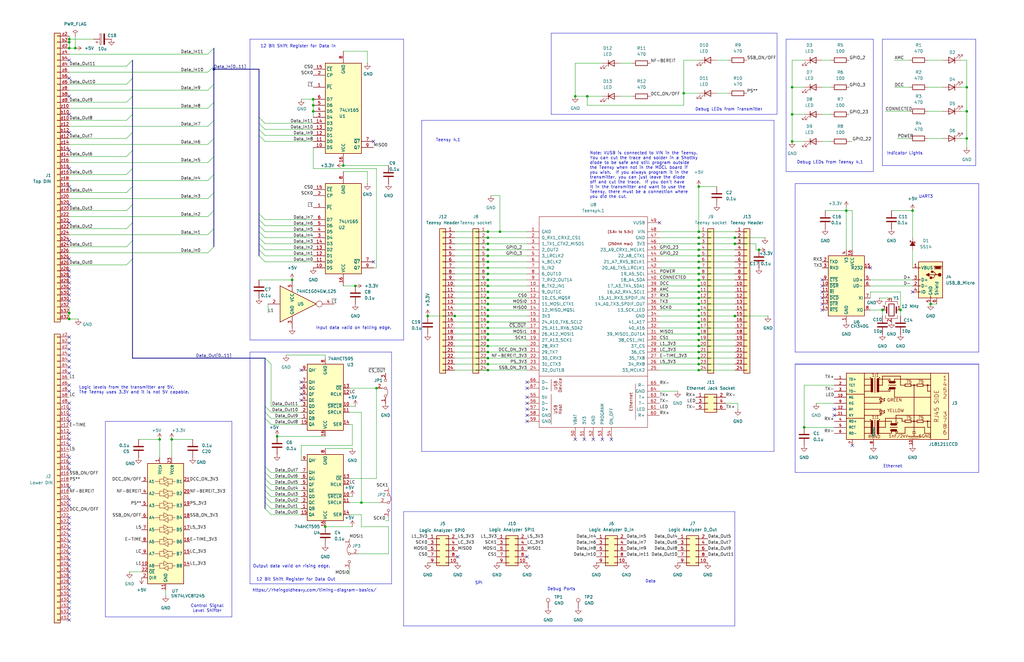
<source format=kicad_sch>
(kicad_sch (version 20231120) (generator "eeschema") (generator_version "8.0")
  (paper "USLedger")
  (title_block (title "AWR MDCL Board") (date "2024-07-15") (rev "0.2") (company "AWR") (comment 1 "Rob Frohne and Ray Betz"))
  (junction (at 247.65 40.64))
  (junction (at 205.74 115.57))
  (junction (at 294.64 135.89))
  (junction (at 205.74 125.73))
  (junction (at 294.64 140.97))
  (junction (at 356.87 88.9))
  (junction (at 132.08 46.99))
  (junction (at 72.39 185.42))
  (junction (at 294.64 110.49))
  (junction (at 407.67 58.42))
  (junction (at 205.74 156.21))
  (junction (at 29.21 16.51))
  (junction (at 309.88 102.87))
  (junction (at 294.64 128.27))
  (junction (at 205.74 138.43))
  (junction (at 210.82 97.79))
  (junction (at 294.64 78.74))
  (junction (at 334.01 36.83))
  (junction (at 294.64 118.11))
  (junction (at 294.64 120.65))
  (junction (at 31.75 20.32))
  (junction (at 132.08 41.91))
  (junction (at 191.77 133.35))
  (junction (at 294.64 143.51))
  (junction (at 320.04 105.41))
  (junction (at 309.88 133.35))
  (junction (at 334.01 48.26))
  (junction (at 158.75 163.83))
  (junction (at 123.19 118.11))
  (junction (at 205.74 140.97))
  (junction (at 205.74 102.87))
  (junction (at 334.01 59.69))
  (junction (at 294.64 113.03))
  (junction (at 407.67 36.83))
  (junction (at 149.86 120.65))
  (junction (at 294.64 105.41))
  (junction (at 205.74 118.11))
  (junction (at 205.74 128.27))
  (junction (at 67.31 185.42))
  (junction (at 90.17 29.21))
  (junction (at 372.11 130.81))
  (junction (at 205.74 123.19))
  (junction (at 152.4 212.09))
  (junction (at 379.73 130.81))
  (junction (at 294.64 107.95))
  (junction (at 407.67 46.99))
  (junction (at 205.74 135.89))
  (junction (at 205.74 110.49))
  (junction (at 339.09 180.34))
  (junction (at 392.43 128.27))
  (junction (at 309.88 100.33))
  (junction (at 294.64 115.57))
  (junction (at 294.64 97.79))
  (junction (at 205.74 153.67))
  (junction (at 294.64 102.87))
  (junction (at 384.81 88.9))
  (junction (at 294.64 148.59))
  (junction (at 288.29 39.37))
  (junction (at 294.64 125.73))
  (junction (at 29.21 134.62))
  (junction (at 205.74 148.59))
  (junction (at 144.78 69.85))
  (junction (at 205.74 120.65))
  (junction (at 205.74 97.79))
  (junction (at 116.84 184.15))
  (junction (at 29.21 20.32))
  (junction (at 294.64 156.21))
  (junction (at 294.64 100.33))
  (junction (at 137.16 222.25))
  (junction (at 205.74 113.03))
  (junction (at 294.64 130.81))
  (junction (at 205.74 107.95))
  (junction (at 205.74 100.33))
  (junction (at 205.74 133.35))
  (junction (at 132.08 44.45))
  (junction (at 205.74 143.51))
  (junction (at 294.64 138.43))
  (junction (at 294.64 153.67))
  (junction (at 205.74 146.05))
  (junction (at 205.74 105.41))
  (junction (at 180.34 133.35))
  (junction (at 294.64 151.13))
  (junction (at 205.74 130.81))
  (junction (at 294.64 123.19))
  (junction (at 205.74 151.13))
  (junction (at 294.64 133.35))
  (junction (at 29.21 17.78))
  (junction (at 29.21 132.08))
  (junction (at 242.57 40.64))
  (junction (at 294.64 146.05))
  (no_connect (at 29.21 55.88))
  (no_connect (at 29.21 124.46))
  (no_connect (at 222.25 167.64))
  (no_connect (at 29.21 187.96))
  (no_connect (at 29.21 48.26))
  (no_connect (at 29.21 78.74))
  (no_connect (at 127 156.21))
  (no_connect (at 29.21 127))
  (no_connect (at 29.21 243.84))
  (no_connect (at 29.21 71.12))
  (no_connect (at 29.21 40.64))
  (no_connect (at 29.21 226.06))
  (no_connect (at 351.79 172.72))
  (no_connect (at 346.71 128.27))
  (no_connect (at 29.21 149.86))
  (no_connect (at 222.25 172.72))
  (no_connect (at 384.81 123.19))
  (no_connect (at 157.48 59.69))
  (no_connect (at 29.21 170.18))
  (no_connect (at 29.21 210.82))
  (no_connect (at 29.21 177.8))
  (no_connect (at 29.21 231.14))
  (no_connect (at 359.41 187.96))
  (no_connect (at 222.25 170.18))
  (no_connect (at 29.21 101.6))
  (no_connect (at 351.79 175.26))
  (no_connect (at 29.21 109.22))
  (no_connect (at 29.21 144.78))
  (no_connect (at 29.21 193.04))
  (no_connect (at 246.38 185.42))
  (no_connect (at 29.21 205.74))
  (no_connect (at 29.21 152.4))
  (no_connect (at 29.21 261.62))
  (no_connect (at 222.25 175.26))
  (no_connect (at 29.21 25.4))
  (no_connect (at 346.71 118.11))
  (no_connect (at 29.21 157.48))
  (no_connect (at 29.21 198.12))
  (no_connect (at 29.21 236.22))
  (no_connect (at 29.21 142.24))
  (no_connect (at 29.21 175.26))
  (no_connect (at 29.21 246.38))
  (no_connect (at 29.21 116.84))
  (no_connect (at 29.21 233.68))
  (no_connect (at 250.19 185.42))
  (no_connect (at 254 185.42))
  (no_connect (at 29.21 114.3))
  (no_connect (at 29.21 154.94))
  (no_connect (at 127 168.91))
  (no_connect (at 29.21 251.46))
  (no_connect (at 127 163.83))
  (no_connect (at 29.21 162.56))
  (no_connect (at 222.25 161.29))
  (no_connect (at 29.21 147.32))
  (no_connect (at 29.21 195.58))
  (no_connect (at 29.21 254))
  (no_connect (at 29.21 241.3))
  (no_connect (at 29.21 86.36))
  (no_connect (at 29.21 259.08))
  (no_connect (at 29.21 238.76))
  (no_connect (at 29.21 172.72))
  (no_connect (at 127 166.37))
  (no_connect (at 29.21 218.44))
  (no_connect (at 127 161.29))
  (no_connect (at 367.03 113.03))
  (no_connect (at 346.71 130.81))
  (no_connect (at 29.21 213.36))
  (no_connect (at 29.21 228.6))
  (no_connect (at 346.71 120.65))
  (no_connect (at 222.25 163.83))
  (no_connect (at 29.21 121.92))
  (no_connect (at 29.21 182.88))
  (no_connect (at 29.21 220.98))
  (no_connect (at 242.57 185.42))
  (no_connect (at 29.21 165.1))
  (no_connect (at 29.21 63.5))
  (no_connect (at 222.25 234.95))
  (no_connect (at 29.21 248.92))
  (no_connect (at 222.25 177.8))
  (no_connect (at 346.71 125.73))
  (no_connect (at 157.48 110.49))
  (no_connect (at 29.21 223.52))
  (no_connect (at 29.21 33.02))
  (no_connect (at 29.21 119.38))
  (no_connect (at 29.21 256.54))
  (no_connect (at 29.21 185.42))
  (no_connect (at 346.71 123.19))
  (no_connect (at 193.04 234.95))
  (no_connect (at 29.21 93.98))
  (no_connect (at 278.13 93.98))
  (no_connect (at 257.81 185.42))
  (bus_entry (at 111.76 173.99) (size 2.54 2.54))
  (bus_entry (at 90.17 20.32) (size -2.54 2.54))
  (bus_entry (at 111.76 176.53) (size 2.54 2.54))
  (bus_entry (at 90.17 104.14) (size -2.54 2.54))
  (bus_entry (at 111.76 214.63) (size 2.54 2.54))
  (bus_entry (at 55.88 78.74) (size -2.54 2.54))
  (bus_entry (at 109.22 102.87) (size 2.54 2.54))
  (bus_entry (at 55.88 101.6) (size -2.54 2.54))
  (bus_entry (at 90.17 35.56) (size -2.54 2.54))
  (bus_entry (at 109.22 49.53) (size 2.54 2.54))
  (bus_entry (at 111.76 204.47) (size 2.54 2.54))
  (bus_entry (at 109.22 97.79) (size 2.54 2.54))
  (bus_entry (at 55.88 33.02) (size -2.54 2.54))
  (bus_entry (at 90.17 88.9) (size -2.54 2.54))
  (bus_entry (at 55.88 63.5) (size -2.54 2.54))
  (bus_entry (at 90.17 58.42) (size -2.54 2.54))
  (bus_entry (at 55.88 93.98) (size -2.54 2.54))
  (bus_entry (at 109.22 52.07) (size 2.54 2.54))
  (bus_entry (at 111.76 199.39) (size 2.54 2.54))
  (bus_entry (at 55.88 86.36) (size -2.54 2.54))
  (bus_entry (at 111.76 151.13) (size 2.54 2.54))
  (bus_entry (at 111.76 196.85) (size 2.54 2.54))
  (bus_entry (at 55.88 71.12) (size -2.54 2.54))
  (bus_entry (at 109.22 92.71) (size 2.54 2.54))
  (bus_entry (at 90.17 43.18) (size -2.54 2.54))
  (bus_entry (at 55.88 40.64) (size -2.54 2.54))
  (bus_entry (at 109.22 57.15) (size 2.54 2.54))
  (bus_entry (at 109.22 90.17) (size 2.54 2.54))
  (bus_entry (at 111.76 171.45) (size 2.54 2.54))
  (bus_entry (at 109.22 95.25) (size 2.54 2.54))
  (bus_entry (at 90.17 66.04) (size -2.54 2.54))
  (bus_entry (at 109.22 107.95) (size 2.54 2.54))
  (bus_entry (at 90.17 96.52) (size -2.54 2.54))
  (bus_entry (at 111.76 212.09) (size 2.54 2.54))
  (bus_entry (at 109.22 100.33) (size 2.54 2.54))
  (bus_entry (at 111.76 207.01) (size 2.54 2.54))
  (bus_entry (at 90.17 81.28) (size -2.54 2.54))
  (bus_entry (at 109.22 54.61) (size 2.54 2.54))
  (bus_entry (at 90.17 50.8) (size -2.54 2.54))
  (bus_entry (at 55.88 48.26) (size -2.54 2.54))
  (bus_entry (at 55.88 109.22) (size -2.54 2.54))
  (bus_entry (at 90.17 73.66) (size -2.54 2.54))
  (bus_entry (at 109.22 105.41) (size 2.54 2.54))
  (bus_entry (at 55.88 25.4) (size -2.54 2.54))
  (bus_entry (at 55.88 55.88) (size -2.54 2.54))
  (bus_entry (at 111.76 209.55) (size 2.54 2.54))
  (bus_entry (at 90.17 27.94) (size -2.54 2.54))
  (bus_entry (at 111.76 201.93) (size 2.54 2.54))
  (wire (pts (xy 191.77 138.43) (xy 205.74 138.43)))
  (wire (pts (xy 359.41 88.9) (xy 359.41 105.41)))
  (bus (pts (xy 109.22 97.79) (xy 109.22 100.33)))
  (wire (pts (xy 111.76 54.61) (xy 132.08 54.61)))
  (wire (pts (xy 163.83 233.68) (xy 163.83 222.25)))
  (polyline (pts (xy 309.88 264.16) (xy 170.18 264.16)))
  (wire (pts (xy 278.13 128.27) (xy 294.64 128.27)))
  (wire (pts (xy 158.75 113.03) (xy 157.48 113.03)))
  (wire (pts (xy 288.29 39.37) (xy 288.29 44.45)))
  (wire (pts (xy 294.64 25.4) (xy 288.29 25.4)))
  (wire (pts (xy 114.3 209.55) (xy 127 209.55)))
  (bus (pts (xy 109.22 100.33) (xy 109.22 102.87)))
  (wire (pts (xy 114.3 199.39) (xy 127 199.39)))
  (wire (pts (xy 278.13 120.65) (xy 294.64 120.65)))
  (bus (pts (xy 90.17 73.66) (xy 90.17 66.04)))
  (wire (pts (xy 294.64 138.43) (xy 309.88 138.43)))
  (wire (pts (xy 384.81 88.9) (xy 375.92 88.9)))
  (wire (pts (xy 339.09 162.56) (xy 339.09 180.34)))
  (wire (pts (xy 294.64 135.89) (xy 309.88 135.89)))
  (wire (pts (xy 163.83 222.25) (xy 152.4 222.25)))
  (wire (pts (xy 120.65 149.86) (xy 137.16 149.86)))
  (wire (pts (xy 254 26.67) (xy 242.57 26.67)))
  (wire (pts (xy 278.13 123.19) (xy 294.64 123.19)))
  (wire (pts (xy 29.21 43.18) (xy 53.34 43.18)))
  (wire (pts (xy 278.13 125.73) (xy 294.64 125.73)))
  (wire (pts (xy 359.41 59.69) (xy 358.14 59.69)))
  (wire (pts (xy 111.76 92.71) (xy 132.08 92.71)))
  (wire (pts (xy 392.43 128.27) (xy 394.97 128.27)))
  (wire (pts (xy 356.87 87.63) (xy 356.87 88.9)))
  (bus (pts (xy 109.22 95.25) (xy 109.22 97.79)))
  (wire (pts (xy 334.01 36.83) (xy 334.01 48.26)))
  (polyline (pts (xy 44.45 177.8) (xy 44.45 260.35)))
  (wire (pts (xy 29.21 73.66) (xy 53.34 73.66)))
  (polyline (pts (xy 105.41 148.59) (xy 105.41 246.38)))
  (wire (pts (xy 205.74 128.27) (xy 222.25 128.27)))
  (wire (pts (xy 29.21 15.24) (xy 29.21 16.51)))
  (wire (pts (xy 294.64 151.13) (xy 309.88 151.13)))
  (wire (pts (xy 294.64 113.03) (xy 309.88 113.03)))
  (wire (pts (xy 205.74 146.05) (xy 222.25 146.05)))
  (polyline (pts (xy 372.11 16.51) (xy 372.11 69.85)))
  (polyline (pts (xy 326.39 190.5) (xy 326.39 50.8)))
  (bus (pts (xy 111.76 207.01) (xy 111.76 209.55)))
  (wire (pts (xy 29.21 132.08) (xy 29.21 134.62)))
  (wire (pts (xy 302.26 25.4) (xy 307.34 25.4)))
  (wire (pts (xy 191.77 128.27) (xy 205.74 128.27)))
  (wire (pts (xy 29.21 45.72) (xy 87.63 45.72)))
  (wire (pts (xy 294.64 107.95) (xy 309.88 107.95)))
  (wire (pts (xy 111.76 57.15) (xy 132.08 57.15)))
  (wire (pts (xy 158.75 201.93) (xy 158.75 163.83)))
  (wire (pts (xy 29.21 66.04) (xy 53.34 66.04)))
  (wire (pts (xy 111.76 100.33) (xy 132.08 100.33)))
  (wire (pts (xy 154.94 21.59) (xy 144.78 21.59)))
  (polyline (pts (xy 165.1 246.38) (xy 105.41 246.38)))
  (wire (pts (xy 247.65 44.45) (xy 247.65 40.64)))
  (wire (pts (xy 29.21 35.56) (xy 53.34 35.56)))
  (polyline (pts (xy 97.79 177.8) (xy 97.79 260.35)))
  (wire (pts (xy 339.09 48.26) (xy 334.01 48.26)))
  (wire (pts (xy 72.39 185.42) (xy 81.28 185.42)))
  (wire (pts (xy 205.74 140.97) (xy 222.25 140.97)))
  (polyline (pts (xy 97.79 260.35) (xy 44.45 260.35)))
  (wire (pts (xy 309.88 133.35) (xy 323.85 133.35)))
  (wire (pts (xy 191.77 143.51) (xy 205.74 143.51)))
  (wire (pts (xy 151.13 233.68) (xy 163.83 233.68)))
  (wire (pts (xy 379.73 130.81) (xy 379.73 123.19)))
  (polyline (pts (xy 105.41 16.51) (xy 170.18 16.51)))
  (wire (pts (xy 278.13 105.41) (xy 294.64 105.41)))
  (bus (pts (xy 111.76 201.93) (xy 111.76 204.47)))
  (polyline (pts (xy 335.28 77.47) (xy 412.75 77.47)))
  (wire (pts (xy 109.22 118.11) (xy 123.19 118.11)))
  (wire (pts (xy 346.71 36.83) (xy 350.52 36.83)))
  (wire (pts (xy 29.21 91.44) (xy 87.63 91.44)))
  (polyline (pts (xy 326.39 50.8) (xy 177.8 50.8)))
  (wire (pts (xy 152.4 173.99) (xy 152.4 212.09)))
  (wire (pts (xy 111.76 105.41) (xy 132.08 105.41)))
  (wire (pts (xy 356.87 88.9) (xy 356.87 105.41)))
  (bus (pts (xy 109.22 52.07) (xy 109.22 54.61)))
  (wire (pts (xy 294.64 130.81) (xy 309.88 130.81)))
  (wire (pts (xy 132.08 71.12) (xy 158.75 71.12)))
  (wire (pts (xy 163.83 219.71) (xy 163.83 218.44)))
  (wire (pts (xy 127 194.31) (xy 127 187.96)))
  (wire (pts (xy 294.64 146.05) (xy 309.88 146.05)))
  (wire (pts (xy 33.02 134.62) (xy 29.21 134.62)))
  (wire (pts (xy 31.75 20.32) (xy 29.21 20.32)))
  (wire (pts (xy 306.07 170.18) (xy 311.15 170.18)))
  (polyline (pts (xy 309.88 215.9) (xy 309.88 264.16)))
  (bus (pts (xy 90.17 50.8) (xy 90.17 43.18)))
  (bus (pts (xy 109.22 92.71) (xy 109.22 95.25)))
  (wire (pts (xy 29.21 16.51) (xy 29.21 17.78)))
  (wire (pts (xy 69.85 248.92) (xy 69.85 251.46)))
  (wire (pts (xy 29.21 104.14) (xy 53.34 104.14)))
  (wire (pts (xy 288.29 44.45) (xy 247.65 44.45)))
  (bus (pts (xy 90.17 66.04) (xy 90.17 58.42)))
  (bus (pts (xy 111.76 173.99) (xy 111.76 176.53)))
  (wire (pts (xy 191.77 133.35) (xy 205.74 133.35)))
  (bus (pts (xy 109.22 102.87) (xy 109.22 105.41)))
  (polyline (pts (xy 170.18 16.51) (xy 170.18 143.51)))
  (wire (pts (xy 149.86 120.65) (xy 144.78 120.65)))
  (wire (pts (xy 294.64 148.59) (xy 309.88 148.59)))
  (bus (pts (xy 111.76 199.39) (xy 111.76 201.93)))
  (wire (pts (xy 339.09 36.83) (xy 334.01 36.83)))
  (wire (pts (xy 405.13 36.83) (xy 407.67 36.83)))
  (wire (pts (xy 152.4 217.17) (xy 147.32 217.17)))
  (wire (pts (xy 278.13 118.11) (xy 294.64 118.11)))
  (wire (pts (xy 384.81 100.33) (xy 384.81 88.9)))
  (wire (pts (xy 137.16 189.23) (xy 148.59 189.23)))
  (bus (pts (xy 109.22 29.21) (xy 109.22 49.53)))
  (wire (pts (xy 367.03 123.19) (xy 367.03 125.73)))
  (wire (pts (xy 373.38 46.99) (xy 383.54 46.99)))
  (wire (pts (xy 29.21 76.2) (xy 87.63 76.2)))
  (wire (pts (xy 278.13 102.87) (xy 294.64 102.87)))
  (wire (pts (xy 205.74 156.21) (xy 222.25 156.21)))
  (bus (pts (xy 111.76 209.55) (xy 111.76 212.09)))
  (wire (pts (xy 191.77 120.65) (xy 205.74 120.65)))
  (wire (pts (xy 191.77 125.73) (xy 205.74 125.73)))
  (wire (pts (xy 191.77 110.49) (xy 205.74 110.49)))
  (bus (pts (xy 55.88 55.88) (xy 55.88 63.5)))
  (bus (pts (xy 55.88 93.98) (xy 55.88 101.6)))
  (wire (pts (xy 116.84 184.15) (xy 137.16 184.15)))
  (wire (pts (xy 29.21 27.94) (xy 53.34 27.94)))
  (wire (pts (xy 294.64 125.73) (xy 309.88 125.73)))
  (wire (pts (xy 29.21 88.9) (xy 53.34 88.9)))
  (bus (pts (xy 55.88 71.12) (xy 55.88 78.74)))
  (wire (pts (xy 29.21 60.96) (xy 87.63 60.96)))
  (wire (pts (xy 205.74 120.65) (xy 222.25 120.65)))
  (wire (pts (xy 137.16 149.86) (xy 137.16 151.13)))
  (wire (pts (xy 278.13 143.51) (xy 294.64 143.51)))
  (polyline (pts (xy 170.18 143.51) (xy 105.41 143.51)))
  (wire (pts (xy 205.74 125.73) (xy 222.25 125.73)))
  (bus (pts (xy 111.76 207.01) (xy 111.76 204.47)))
  (wire (pts (xy 261.62 40.64) (xy 266.7 40.64)))
  (wire (pts (xy 205.74 115.57) (xy 222.25 115.57)))
  (wire (pts (xy 147.32 171.45) (xy 149.86 171.45)))
  (polyline (pts (xy 372.11 16.51) (xy 411.48 16.51)))
  (polyline (pts (xy 335.28 77.47) (xy 335.28 148.59)))
  (wire (pts (xy 242.57 26.67) (xy 242.57 40.64)))
  (wire (pts (xy 294.64 100.33) (xy 309.88 100.33)))
  (wire (pts (xy 205.74 151.13) (xy 222.25 151.13)))
  (wire (pts (xy 294.64 97.79) (xy 309.88 97.79)))
  (wire (pts (xy 367.03 130.81) (xy 372.11 130.81)))
  (wire (pts (xy 318.77 102.87) (xy 309.88 102.87)))
  (bus (pts (xy 55.88 25.4) (xy 55.88 33.02)))
  (bus (pts (xy 109.22 105.41) (xy 109.22 107.95)))
  (wire (pts (xy 278.13 135.89) (xy 294.64 135.89)))
  (wire (pts (xy 205.74 143.51) (xy 222.25 143.51)))
  (wire (pts (xy 191.77 100.33) (xy 205.74 100.33)))
  (wire (pts (xy 278.13 100.33) (xy 294.64 100.33)))
  (wire (pts (xy 391.16 58.42) (xy 397.51 58.42)))
  (wire (pts (xy 191.77 148.59) (xy 205.74 148.59)))
  (wire (pts (xy 29.21 83.82) (xy 87.63 83.82)))
  (wire (pts (xy 210.82 97.79) (xy 222.25 97.79)))
  (wire (pts (xy 302.26 39.37) (xy 307.34 39.37)))
  (bus (pts (xy 55.88 151.13) (xy 111.76 151.13)))
  (wire (pts (xy 205.74 102.87) (xy 222.25 102.87)))
  (wire (pts (xy 152.4 222.25) (xy 152.4 217.17)))
  (wire (pts (xy 346.71 25.4) (xy 350.52 25.4)))
  (wire (pts (xy 205.74 123.19) (xy 222.25 123.19)))
  (wire (pts (xy 205.74 113.03) (xy 222.25 113.03)))
  (wire (pts (xy 180.34 133.35) (xy 191.77 133.35)))
  (wire (pts (xy 29.21 68.58) (xy 87.63 68.58)))
  (wire (pts (xy 191.77 153.67) (xy 205.74 153.67)))
  (wire (pts (xy 278.13 140.97) (xy 294.64 140.97)))
  (polyline (pts (xy 412.75 153.67) (xy 412.75 199.39)))
  (wire (pts (xy 29.21 22.86) (xy 87.63 22.86)))
  (wire (pts (xy 294.64 140.97) (xy 309.88 140.97)))
  (wire (pts (xy 205.74 118.11) (xy 222.25 118.11)))
  (wire (pts (xy 407.67 25.4) (xy 405.13 25.4)))
  (wire (pts (xy 278.13 115.57) (xy 294.64 115.57)))
  (bus (pts (xy 90.17 88.9) (xy 90.17 96.52)))
  (wire (pts (xy 148.59 179.07) (xy 147.32 179.07)))
  (wire (pts (xy 346.71 59.69) (xy 350.52 59.69)))
  (wire (pts (xy 127 41.91) (xy 132.08 41.91)))
  (wire (pts (xy 205.74 100.33) (xy 222.25 100.33)))
  (wire (pts (xy 294.64 128.27) (xy 309.88 128.27)))
  (wire (pts (xy 29.21 58.42) (xy 53.34 58.42)))
  (wire (pts (xy 294.64 123.19) (xy 309.88 123.19)))
  (wire (pts (xy 294.64 143.51) (xy 309.88 143.51)))
  (wire (pts (xy 147.32 163.83) (xy 158.75 163.83)))
  (wire (pts (xy 318.77 105.41) (xy 320.04 105.41)))
  (wire (pts (xy 205.74 138.43) (xy 222.25 138.43)))
  (bus (pts (xy 111.76 196.85) (xy 111.76 199.39)))
  (wire (pts (xy 351.79 162.56) (xy 339.09 162.56)))
  (wire (pts (xy 191.77 146.05) (xy 205.74 146.05)))
  (polyline (pts (xy 105.41 16.51) (xy 105.41 143.51)))
  (bus (pts (xy 55.88 86.36) (xy 55.88 93.98)))
  (wire (pts (xy 111.76 107.95) (xy 132.08 107.95)))
  (wire (pts (xy 367.03 120.65) (xy 384.81 120.65)))
  (wire (pts (xy 114.3 214.63) (xy 127 214.63)))
  (wire (pts (xy 29.21 38.1) (xy 87.63 38.1)))
  (wire (pts (xy 372.11 130.81) (xy 372.11 133.35)))
  (wire (pts (xy 29.21 50.8) (xy 53.34 50.8)))
  (wire (pts (xy 132.08 44.45) (xy 132.08 46.99)))
  (wire (pts (xy 278.13 153.67) (xy 294.64 153.67)))
  (wire (pts (xy 210.82 82.55) (xy 210.82 97.79)))
  (wire (pts (xy 278.13 146.05) (xy 294.64 146.05)))
  (wire (pts (xy 147.32 240.03) (xy 147.32 242.57)))
  (wire (pts (xy 137.16 222.25) (xy 148.59 222.25)))
  (wire (pts (xy 278.13 97.79) (xy 294.64 97.79)))
  (wire (pts (xy 147.32 209.55) (xy 148.59 209.55)))
  (wire (pts (xy 114.3 173.99) (xy 127 173.99)))
  (wire (pts (xy 67.31 185.42) (xy 67.31 193.04)))
  (wire (pts (xy 29.21 81.28) (xy 53.34 81.28)))
  (wire (pts (xy 147.32 173.99) (xy 152.4 173.99)))
  (wire (pts (xy 288.29 25.4) (xy 288.29 39.37)))
  (wire (pts (xy 205.74 110.49) (xy 222.25 110.49)))
  (wire (pts (xy 339.09 25.4) (xy 334.01 25.4)))
  (wire (pts (xy 191.77 113.03) (xy 205.74 113.03)))
  (wire (pts (xy 378.46 58.42) (xy 383.54 58.42)))
  (wire (pts (xy 407.67 46.99) (xy 407.67 58.42)))
  (wire (pts (xy 379.73 130.81) (xy 379.73 133.35)))
  (wire (pts (xy 191.77 115.57) (xy 205.74 115.57)))
  (wire (pts (xy 247.65 40.64) (xy 254 40.64)))
  (bus (pts (xy 90.17 20.32) (xy 90.17 27.94)))
  (wire (pts (xy 144.78 72.39) (xy 154.94 72.39)))
  (wire (pts (xy 294.64 78.74) (xy 302.26 78.74)))
  (wire (pts (xy 370.84 125.73) (xy 375.92 125.73)))
  (wire (pts (xy 111.76 95.25) (xy 132.08 95.25)))
  (wire (pts (xy 114.3 212.09) (xy 127 212.09)))
  (polyline (pts (xy 44.45 177.8) (xy 97.79 177.8)))
  (polyline (pts (xy 412.75 148.59) (xy 412.75 77.47)))
  (wire (pts (xy 377.19 36.83) (xy 383.54 36.83)))
  (bus (pts (xy 109.22 49.53) (xy 109.22 52.07)))
  (wire (pts (xy 278.13 148.59) (xy 294.64 148.59)))
  (wire (pts (xy 158.75 71.12) (xy 158.75 113.03)))
  (polyline (pts (xy 177.8 190.5) (xy 326.39 190.5)))
  (wire (pts (xy 31.75 15.24) (xy 31.75 20.32)))
  (bus (pts (xy 109.22 57.15) (xy 109.22 90.17)))
  (wire (pts (xy 278.13 151.13) (xy 294.64 151.13)))
  (wire (pts (xy 311.15 170.18) (xy 311.15 172.72)))
  (wire (pts (xy 205.74 105.41) (xy 222.25 105.41)))
  (bus (pts (xy 55.88 33.02) (xy 55.88 40.64)))
  (bus (pts (xy 90.17 73.66) (xy 90.17 81.28)))
  (wire (pts (xy 162.56 219.71) (xy 163.83 219.71)))
  (wire (pts (xy 144.78 69.85) (xy 163.83 69.85)))
  (wire (pts (xy 191.77 156.21) (xy 205.74 156.21)))
  (wire (pts (xy 309.88 100.33) (xy 322.58 100.33)))
  (wire (pts (xy 407.67 36.83) (xy 407.67 46.99)))
  (wire (pts (xy 278.13 107.95) (xy 294.64 107.95)))
  (wire (pts (xy 379.73 123.19) (xy 367.03 123.19)))
  (wire (pts (xy 288.29 39.37) (xy 294.64 39.37)))
  (wire (pts (xy 405.13 46.99) (xy 407.67 46.99)))
  (wire (pts (xy 191.77 102.87) (xy 205.74 102.87)))
  (bus (pts (xy 111.76 212.09) (xy 111.76 214.63)))
  (wire (pts (xy 205.74 148.59) (xy 222.25 148.59)))
  (wire (pts (xy 191.77 130.81) (xy 205.74 130.81)))
  (polyline (pts (xy 177.8 50.8) (xy 177.8 190.5)))
  (bus (pts (xy 55.88 101.6) (xy 55.88 109.22)))
  (wire (pts (xy 294.64 78.74) (xy 294.64 97.79)))
  (bus (pts (xy 55.88 48.26) (xy 55.88 55.88)))
  (wire (pts (xy 114.3 217.17) (xy 127 217.17)))
  (wire (pts (xy 111.76 59.69) (xy 132.08 59.69)))
  (wire (pts (xy 58.42 185.42) (xy 67.31 185.42)))
  (wire (pts (xy 242.57 40.64) (xy 247.65 40.64)))
  (wire (pts (xy 294.64 105.41) (xy 309.88 105.41)))
  (wire (pts (xy 294.64 118.11) (xy 309.88 118.11)))
  (wire (pts (xy 384.81 105.41) (xy 384.81 113.03)))
  (polyline (pts (xy 335.28 153.67) (xy 412.75 153.67)))
  (wire (pts (xy 114.3 176.53) (xy 127 176.53)))
  (wire (pts (xy 391.16 25.4) (xy 397.51 25.4)))
  (bus (pts (xy 111.76 171.45) (xy 111.76 173.99)))
  (wire (pts (xy 294.64 102.87) (xy 309.88 102.87)))
  (wire (pts (xy 205.74 130.81) (xy 222.25 130.81)))
  (bus (pts (xy 90.17 81.28) (xy 90.17 88.9)))
  (polyline (pts (xy 335.28 148.59) (xy 412.75 148.59)))
  (polyline (pts (xy 170.18 215.9) (xy 170.18 264.16)))
  (wire (pts (xy 29.21 17.78) (xy 29.21 20.32)))
  (wire (pts (xy 29.21 106.68) (xy 87.63 106.68)))
  (wire (pts (xy 191.77 140.97) (xy 205.74 140.97)))
  (wire (pts (xy 278.13 113.03) (xy 294.64 113.03)))
  (wire (pts (xy 132.08 41.91) (xy 132.08 44.45)))
  (wire (pts (xy 139.7 128.27) (xy 140.97 128.27)))
  (wire (pts (xy 191.77 151.13) (xy 205.74 151.13)))
  (wire (pts (xy 334.01 48.26) (xy 334.01 59.69)))
  (bus (pts (xy 90.17 29.21) (xy 109.22 29.21)))
  (wire (pts (xy 367.03 118.11) (xy 384.81 118.11)))
  (wire (pts (xy 346.71 48.26) (xy 350.52 48.26)))
  (wire (pts (xy 334.01 25.4) (xy 334.01 36.83)))
  (wire (pts (xy 339.09 180.34) (xy 351.79 180.34)))
  (wire (pts (xy 29.21 53.34) (xy 87.63 53.34)))
  (polyline (pts (xy 335.28 153.67) (xy 412.75 153.67)))
  (wire (pts (xy 347.98 88.9) (xy 356.87 88.9)))
  (wire (pts (xy 111.76 102.87) (xy 132.08 102.87)))
  (wire (pts (xy 391.16 46.99) (xy 397.51 46.99)))
  (wire (pts (xy 152.4 212.09) (xy 160.02 212.09)))
  (wire (pts (xy 407.67 58.42) (xy 407.67 62.23)))
  (wire (pts (xy 113.03 128.27) (xy 113.03 132.08)))
  (bus (pts (xy 55.88 109.22) (xy 55.88 151.13)))
  (wire (pts (xy 278.13 156.21) (xy 294.64 156.21)))
  (wire (pts (xy 334.01 59.69) (xy 339.09 59.69)))
  (bus (pts (xy 90.17 35.56) (xy 90.17 29.21)))
  (wire (pts (xy 154.94 77.47) (xy 154.94 72.39)))
  (wire (pts (xy 391.16 36.83) (xy 397.51 36.83)))
  (wire (pts (xy 356.87 88.9) (xy 359.41 88.9)))
  (wire (pts (xy 114.3 207.01) (xy 127 207.01)))
  (wire (pts (xy 405.13 58.42) (xy 407.67 58.42)))
  (wire (pts (xy 261.62 26.67) (xy 266.7 26.67)))
  (bus (pts (xy 111.76 151.13) (xy 111.76 171.45)))
  (wire (pts (xy 407.67 25.4) (xy 407.67 36.83)))
  (wire (pts (xy 114.3 201.93) (xy 127 201.93)))
  (bus (pts (xy 90.17 96.52) (xy 90.17 104.14)))
  (wire (pts (xy 54.61 241.3) (xy 59.69 241.3)))
  (wire (pts (xy 114.3 179.07) (xy 127 179.07)))
  (polyline (pts (xy 335.28 153.67) (xy 335.28 199.39)))
  (wire (pts (xy 222.25 135.89) (xy 205.74 135.89)))
  (wire (pts (xy 191.77 118.11) (xy 205.74 118.11)))
  (wire (pts (xy 111.76 110.49) (xy 132.08 110.49)))
  (polyline (pts (xy 177.8 50.8) (xy 177.8 50.8)))
  (polyline (pts (xy 165.1 148.59) (xy 165.1 246.38)))
  (wire (pts (xy 132.08 46.99) (xy 132.08 49.53)))
  (wire (pts (xy 344.17 170.18) (xy 351.79 170.18)))
  (polyline (pts (xy 411.48 69.85) (xy 372.11 69.85)))
  (wire (pts (xy 294.64 110.49) (xy 309.88 110.49)))
  (wire (pts (xy 205.74 97.79) (xy 210.82 97.79)))
  (bus (pts (xy 90.17 43.18) (xy 90.17 35.56)))
  (wire (pts (xy 116.84 186.69) (xy 116.84 184.15)))
  (bus (pts (xy 111.76 176.53) (xy 111.76 196.85)))
  (wire (pts (xy 127 187.96) (xy 148.59 187.96)))
  (wire (pts (xy 191.77 105.41) (xy 205.74 105.41)))
  (wire (pts (xy 278.13 138.43) (xy 294.64 138.43)))
  (wire (pts (xy 114.3 204.47) (xy 127 204.47)))
  (wire (pts (xy 278.13 165.1) (xy 285.75 165.1)))
  (wire (pts (xy 114.3 153.67) (xy 114.3 171.45)))
  (wire (pts (xy 72.39 185.42) (xy 72.39 193.04)))
  (polyline (pts (xy 105.41 148.59) (xy 165.1 148.59)))
  (wire (pts (xy 111.76 52.07) (xy 132.08 52.07)))
  (wire (pts (xy 29.21 129.54) (xy 29.21 132.08)))
  (wire (pts (xy 294.64 133.35) (xy 309.88 133.35)))
  (wire (pts (xy 294.64 115.57) (xy 309.88 115.57)))
  (wire (pts (xy 294.64 156.21) (xy 309.88 156.21)))
  (wire (pts (xy 29.21 16.51) (xy 39.37 16.51)))
  (bus (pts (xy 90.17 58.42) (xy 90.17 50.8)))
  (wire (pts (xy 210.82 82.55) (xy 207.01 82.55)))
  (wire (pts (xy 278.13 133.35) (xy 294.64 133.35)))
  (wire (pts (xy 191.77 135.89) (xy 205.74 135.89)))
  (polyline (pts (xy 411.48 16.51) (xy 411.48 69.85)))
  (wire (pts (xy 154.94 26.67) (xy 154.94 21.59)))
  (bus (pts (xy 109.22 54.61) (xy 109.22 57.15)))
  (wire (pts (xy 29.21 99.06) (xy 87.63 99.06)))
  (wire (pts (xy 294.64 153.67) (xy 309.88 153.67)))
  (bus (pts (xy 90.17 27.94) (xy 90.17 29.21)))
  (wire (pts (xy 205.74 107.95) (xy 222.25 107.95)))
  (wire (pts (xy 29.21 30.48) (xy 87.63 30.48)))
  (wire (pts (xy 377.19 25.4) (xy 383.54 25.4)))
  (bus (pts (xy 109.22 90.17) (xy 109.22 92.71)))
  (wire (pts (xy 278.13 110.49) (xy 294.64 110.49)))
  (wire (pts (xy 191.77 97.79) (xy 205.74 97.79)))
  (wire (pts (xy 191.77 123.19) (xy 205.74 123.19)))
  (wire (pts (xy 114.3 171.45) (xy 127 171.45)))
  (bus (pts (xy 55.88 40.64) (xy 55.88 48.26)))
  (polyline (pts (xy 412.75 199.39) (xy 335.28 199.39)))
  (wire (pts (xy 147.32 201.93) (xy 158.75 201.93)))
  (wire (pts (xy 148.59 179.07) (xy 148.59 187.96)))
  (wire (pts (xy 111.76 97.79) (xy 132.08 97.79)))
  (wire (pts (xy 147.32 212.09) (xy 152.4 212.09)))
  (wire (pts (xy 29.21 111.76) (xy 53.34 111.76)))
  (wire (pts (xy 205.74 153.67) (xy 222.25 153.67)))
  (polyline (pts (xy 170.18 215.9) (xy 309.88 215.9)))
  (wire (pts (xy 191.77 107.95) (xy 205.74 107.95)))
  (wire (pts (xy 29.21 96.52) (xy 53.34 96.52)))
  (bus (pts (xy 55.88 63.5) (xy 55.88 71.12)))
  (wire (pts (xy 278.13 130.81) (xy 294.64 130.81)))
  (wire (pts (xy 132.08 71.12) (xy 132.08 62.23)))
  (wire (pts (xy 318.77 105.41) (xy 318.77 102.87)))
  (wire (pts (xy 294.64 120.65) (xy 309.88 120.65)))
  (bus (pts (xy 55.88 78.74) (xy 55.88 86.36)))
  (wire (pts (xy 205.74 133.35) (xy 222.25 133.35)))
  (rectangle (start 232.41 13.97) (end 327.66 48.26))
  (rectangle (start 331.47 16.51) (end 368.3 72.39))
  (text "Debug Ports" (at 236.728 248.666 0) (effects (font (size 1.27 1.27))))
  (text "12 Bit Shift Register for Data In" (at 125.73 19.558 0) (effects (font (size 1.27 1.27))))
  (text "Input data valid on falling edge." (at 149.098 138.43 0) (effects (font (size 1.27 1.27))))
  (text "https://rheingoldheavy.com/timing-diagram-basics/" (at 132.588 249.174 0) (effects (font (size 1.27 1.27))))
  (text "Control Signal\nLevel Shifter" (at 87.376 256.794 0) (effects (font (size 1.27 1.27))))
  (text "UART3" (at 390.398 83.058 0) (effects (font (size 1.27 1.27))))
  (text "Indicator Lights" (at 381.508 64.77 0) (effects (font (size 1.27 1.27))))
  (text "Debug LEDs from Transmitter\n" (at 307.34 46.228 0) (effects (font (size 1.27 1.27))))
  (text "Logic levels from the transmitter are 5V.\nThe Teensy uses 3.3V and it is not 5V capable." (at 33.274 164.592 0) (effects (font (size 1.27 1.27)) (justify left)))
  (text "Ethernet" (at 376.428 196.85 0) (effects (font (size 1.27 1.27))))
  (text "Data" (at 274.32 245.364 0) (effects (font (size 1.27 1.27))))
  (text "Output data valid on rising edge." (at 122.936 239.014 0) (effects (font (size 1.27 1.27))))
  (text "12 Bit Shift Register for Data Out" (at 124.714 244.602 0) (effects (font (size 1.27 1.27))))
  (text "Note: VUSB is connected to VIN in the Teensy.\nYou can cut the trace and solder in a Shottky\ndiode to be safe and still program outside\nthe Teensy when not in the MDCL board if\nyou wish.  If you always program it in the \ntransmitter, you can just leave the diode\noff and cut the trace.  If you don't have\nit in the transmitter and want to use the \nTeensy, there must be a connection where\nyou did the cut." (at 248.666 73.914 0) (effects (font (size 1.27 1.27)) (justify left)))
  (text "Teensy 4.1" (at 188.976 59.182 0) (effects (font (size 1.27 1.27))))
  (text "SPI" (at 201.93 246.126 0) (effects (font (size 1.27 1.27))))
  (text "Debug LEDs from Teensy 4.1" (at 350.012 68.58 0) (effects (font (size 1.27 1.27))))
  (label "SCK0" (at 132.08 82.55 180))
  (label "Data_Out5" (at 29.21 73.66 0))
  (label "SCK1" (at 163.83 205.74 180))
  (label "MOSI1" (at 222.25 140.97 180))
  (label "Data_In6" (at 76.2 60.96 0))
  (label "CONNECTED" (at 278.13 118.11 0))
  (label "Data_In11" (at 264.16 234.95 0))
  (label "NF-BEREIT" (at 29.21 208.28 0))
  (label "SCK0" (at 278.13 130.81 0))
  (label "DCC_ON{slash}OFF" (at 274.32 40.64 0))
  (label "CS0" (at 132.08 80.01 180))
  (label "MISO0" (at 157.48 62.23 0))
  (label "RX+" (at 351.79 177.8 180))
  (label "Data_Out8" (at 29.21 50.8 0))
  (label "Data_In6" (at 132.08 95.25 180))
  (label "Data_Out1" (at 125.73 214.63 180))
  (label "NF-BEREIT" (at 59.69 208.28 180))
  (label "SCK1" (at 222.25 143.51 180))
  (label "GPIO_22" (at 278.13 107.95 0))
  (label "Data_Out7" (at 298.45 229.87 0))
  (label "CS0" (at 132.08 29.21 180))
  (label "Data_In8" (at 76.2 45.72 0))
  (label "MISO0" (at 193.04 232.41 0))
  (label "Data_Out11" (at 125.73 171.45 180))
  (label "RX-" (at 278.13 162.56 0))
  (label "E-TIME" (at 59.69 228.6 180))
  (label "DCC_ON_3V3" (at 222.25 148.59 180))
  (label "RX3" (at 346.71 110.49 180))
  (label "NF-BEREIT" (at 274.32 26.67 0))
  (label "Data_In9" (at 76.2 38.1 0))
  (label "GPIO_3" (at 213.36 107.95 0))
  (label "LC_3V3" (at 222.25 229.87 0))
  (label "GPIO_3" (at 358.14 36.83 0))
  (label "Data_In11" (at 76.2 22.86 0))
  (label "Data_Out1" (at 29.21 104.14 0))
  (label "Data_In8" (at 251.46 232.41 180))
  (label "~{L1}" (at 132.08 36.83 180))
  (label "L5_3V3" (at 278.13 153.67 0))
  (label "DCC_ON{slash}OFF" (at 29.21 215.9 0))
  (label "E-TIME" (at 29.21 180.34 0))
  (label "LC_3V3" (at 193.04 229.87 0))
  (label "LC" (at 59.69 233.68 180))
  (label "~{CS_OUT}" (at 162.56 157.48 180))
  (label "Data_Out8" (at 285.75 232.41 180))
  (label "Data_In3" (at 76.2 83.82 0))
  (label "Data_In11" (at 132.08 52.07 180))
  (label "AMC" (at 278.13 123.19 0))
  (label "MISO1" (at 222.25 232.41 0))
  (label "AMC" (at 377.19 25.4 0))
  (label "Data_Out5" (at 125.73 204.47 180))
  (label "Data_In[0..11]" (at 90.17 29.21 0))
  (label "Data_In10" (at 132.08 54.61 180))
  (label "LC_3V3" (at 80.01 233.68 0))
  (label "Data_Out11" (at 29.21 27.94 0))
  (label "Data_In8" (at 132.08 59.69 180))
  (label "MOSI0" (at 222.25 128.27 180))
  (label "LED" (at 293.37 170.18 180))
  (label "Data_Out3" (at 29.21 88.9 0))
  (label "L1_3V3" (at 180.34 227.33 180))
  (label "Data_Out11" (at 298.45 234.95 0))
  (label "MOSI1" (at 209.55 232.41 180))
  (label "Data_Out7" (at 125.73 199.39 180))
  (label "Data_Out[0..11]" (at 82.55 151.13 0))
  (label "Data_Out0" (at 125.73 217.17 180))
  (label "Data_In7" (at 76.2 53.34 0))
  (label "SSB_ON_3V3" (at 222.25 156.21 180))
  (label "RX-" (at 351.79 182.88 180))
  (label "Data_In5" (at 264.16 227.33 0))
  (label "Data_Out9" (at 298.45 232.41 0))
  (label "PS**" (at 29.21 203.2 0))
  (label "TX3" (at 346.71 113.03 180))
  (label "SCK0" (at 132.08 31.75 180))
  (label "Data_Out9" (at 125.73 176.53 180))
  (label "TX+" (at 306.07 172.72 0))
  (label "Data_In7" (at 132.08 92.71 180))
  (label "PS_3V3" (at 222.25 153.67 180))
  (label "MOSI0" (at 147.32 242.57 180))
  (label "Data_In0" (at 76.2 106.68 0))
  (label "Data_In5" (at 76.2 68.58 0))
  (label "L1" (at 59.69 238.76 180))
  (label "LC_3V3" (at 278.13 148.59 0))
  (label "TX3" (at 278.13 128.27 0))
  (label "TX-" (at 278.13 170.18 0))
  (label "~{L1}" (at 139.7 128.27 0))
  (label "Data_In4" (at 132.08 100.33 180))
  (label "L5" (at 59.69 223.52 180))
  (label "~{L1}" (at 132.08 87.63 180))
  (label "Data_Out10" (at 125.73 173.99 180))
  (label "SCK0" (at 180.34 229.87 180))
  (label "Data_In6" (at 251.46 229.87 180))
  (label "MOSI1" (at 147.32 227.33 0))
  (label "RX+" (at 278.13 175.26 0))
  (label "E-TIME_3V3" (at 278.13 151.13 0))
  (label "TX-" (at 293.37 172.72 180))
  (label "GPIO_23" (at 278.13 105.41 0))
  (label "L1_3V3" (at 209.55 227.33 180))
  (label "MISO1" (at 278.13 140.97 0))
  (label "LED" (at 278.13 172.72 0))
  (label "GPIO_22" (at 359.41 59.69 0))
  (label "Data_Out4" (at 29.21 81.28 0))
  (label "Data_In1" (at 132.08 107.95 180))
  (label "SSB_ON{slash}OFF" (at 59.69 218.44 180))
  (label "TX-" (at 351.79 165.1 180))
  (label "Data_In2" (at 132.08 105.41 180))
  (label "Data_Out3" (at 125.73 209.55 180))
  (label "GPIO_2" (at 358.14 25.4 0))
  (label "NF-BEREIT_3V3" (at 222.25 151.13 180))
  (label "CS0" (at 180.34 234.95 180))
  (label "L1" (at 113.03 132.08 0))
  (label "TX+" (at 278.13 167.64 0))
  (label "SSB_ON{slash}OFF" (at 29.21 200.66 0))
  (label "E-TIME_3V3" (at 80.01 228.6 0))
  (label "Data_In1" (at 76.2 99.06 0))
  (label "Data_In9" (at 264.16 232.41 0))
  (label "Data_Out5" (at 298.45 227.33 0))
  (label "LC" (at 147.32 166.37 0))
  (label "LC" (at 147.32 204.47 0))
  (label "Data_In9" (at 132.08 57.15 180))
  (label "Data_In3" (at 132.08 102.87 180))
  (label "L5_3V3" (at 193.04 227.33 0))
  (label "Data_In10" (at 76.2 30.48 0))
  (label "L1" (at 29.21 160.02 0))
  (label "Data_In7" (at 264.16 229.87 0))
  (label "L5_3V3" (at 80.01 223.52 0))
  (label "SSB_ON{slash}OFF" (at 314.96 25.4 0))
  (label "L5_3V3" (at 222.25 227.33 0))
  (label "Data_In5" (at 132.08 97.79 180))
  (label "D-" (at 381 120.65 0))
  (label "CS0" (at 222.25 125.73 180))
  (label "MOSI0" (at 180.34 232.41 180))
  (label "Data_In4" (at 251.46 227.33 180))
  (label "PS_3V3" (at 80.01 213.36 0))
  (label "Data_In2" (at 76.2 91.44 0))
  (label "Data_Out7" (at 29.21 58.42 0))
  (label "GPIO_2" (at 213.36 105.41 0))
  (label "DCC_ON_3V3" (at 80.01 203.2 0))
  (label "Data_Out0" (at 29.21 111.76 0))
  (label "LED" (at 351.79 167.64 180))
  (label "CS1" (at 278.13 143.51 0))
  (label "Data_In10" (at 251.46 234.95 180))
  (label "CONNECTED" (at 373.38 46.99 0))
  (label "TX+" (at 351.79 160.02 180))
  (label "DCC_ON{slash}OFF" (at 59.69 203.2 180))
  (label "Data_Out9" (at 29.21 43.18 0))
  (label "L1_3V3" (at 278.13 146.05 0))
  (label "Data_Out8" (at 125.73 179.07 180))
  (label "CS1" (at 209.55 234.95 180))
  (label "RX-" (at 306.07 167.64 0))
  (label "PS**" (at 314.96 39.37 0))
  (label "Data_Out2" (at 29.21 96.52 0))
  (label "Data_Out6" (at 125.73 201.93 180))
  (label "LC" (at 29.21 167.64 0))
  (label "NF-BEREIT_3V3" (at 80.01 208.28 0))
  (label "~{CS_OUT}" (at 214.63 138.43 0))
  (label "GPIO_23" (at 358.14 48.26 0))
  (label "SCK1" (at 209.55 229.87 180))
  (label "POWER" (at 278.13 115.57 0))
  (label "SSB_ON_3V3" (at 80.01 218.44 0))
  (label "Data_In4" (at 76.2 76.2 0))
  (label "RX3" (at 278.13 125.73 0))
  (label "L1_3V3" (at 80.01 238.76 0))
  (label "Data_Out6" (at 29.21 66.04 0))
  (label "Data_Out4" (at 285.75 227.33 180))
  (label "Data_Out10" (at 29.21 35.56 0))
  (label "Data_Out2" (at 125.73 212.09 180))
  (label "PS**" (at 59.69 213.36 180))
  (label "Data_Out4" (at 125.73 207.01 180))
  (label "Data_Out6" (at 285.75 229.87 180))
  (label "DCC" (at 278.13 120.65 0))
  (label "DCC" (at 377.19 36.83 0))
  (label "RX+" (at 293.37 167.64 180))
  (label "POWER" (at 378.46 58.42 0))
  (label "D+" (at 381 118.11 0))
  (label "MISO0" (at 222.25 130.81 180))
  (label "L5" (at 29.21 190.5 0))
  (label "SCK0" (at 162.56 219.71 180))
  (label "Data_Out10" (at 285.75 234.95 180))
  (label "Data_In0" (at 132.08 110.49 180))
  (symbol (lib_id "power:+5V") (at 148.59 222.25 0) (unit 1)
    (property "Reference" "#PWR025" (effects (hide yes)))
    (property "Value" "+5V" (at 147.32 218.44 0))
    (property "Description" "Power symbol creates a global label with name \"+5V\"" (effects (hide yes)))
  )
  (symbol (lib_id "power:GND") (at 180.34 237.49 0) (unit 1)
    (property "Reference" "#PWR064" (effects (hide yes)))
    (property "Value" "GND" (at 180.34 242.57 0))
    (property "Description" "Power symbol creates a global label with name \"GND\" , ground" (effects (hide yes)))
  )
  (symbol (lib_id "Device:R") (at 354.33 36.83 270) (unit 1)
    (property "Reference" "R6" (at 354.33 30.48 90))
    (property "Value" "100" (at 354.33 33.02 90))
    (property "Footprint" "Resistor_SMD:R_0805_2012Metric" (effects (hide yes)))
    (property "Datasheet" "https://wmsc.lcsc.com/wmsc/upload/file/pdf/v2/lcsc/2206010216_UNI-ROYAL-Uniroyal-Elec-0805W8F1000T5E_C17408.pdf" (effects (hide yes)))
    (property "Description" "Resistor" (effects (hide yes)))
    (property "LCSC" "C17408" (effects (hide yes)))
  )
  (symbol (lib_id "Jumper:Jumper_3_Bridged12") (at 162.56 163.83 270) (mirror x) (unit 1) (exclude_from_sim yes) (in_bom no)
    (property "Reference" "JP1" (at 157.734 160.528 90) (effects (justify left)))
    (property "Value" "Jumper_3_Bridged12" (effects (hide yes)))
    (property "Footprint" "Jumper:SolderJumper-3_P1.3mm_Bridged12_RoundedPad1.0x1.5mm_NumberLabels" (effects (hide yes)))
    (property "Description" "Jumper, 3-pole, pins 1+2 closed/bridged" (effects (hide yes)))
  )
  (symbol (lib_id "power:PWR_FLAG") (at 31.75 15.24 0) (unit 1)
    (property "Reference" "#FLG02" (effects (hide yes)))
    (property "Value" "PWR_FLAG" (at 31.75 10.16 0))
    (property "Description" "Special symbol for telling ERC where power comes from" (effects (hide yes)))
  )
  (symbol (lib_id "power:GND") (at 193.04 237.49 0) (unit 1)
    (property "Reference" "#PWR065" (effects (hide yes)))
    (property "Value" "GND" (at 193.04 242.57 0))
    (property "Description" "Power symbol creates a global label with name \"GND\" , ground" (effects (hide yes)))
  )
  (symbol (lib_id "Connector:USB_B_Micro") (at 392.43 118.11 0) (mirror y) (unit 1)
    (property "Reference" "J4" (at 398.78 116.8399 0) (effects (justify right)))
    (property "Value" "USB_B_Micro" (at 398.78 119.3799 0) (effects (justify right)))
    (property "Footprint" "teensy:USB_Micro-Yuandi-G3P3-A1T2" (effects (hide yes)))
    (property "Datasheet" "https://wmsc.lcsc.com/wmsc/upload/file/pdf/v2/lcsc/2304140030_Yuandi-MICRO-01-G3P3-A1T2_C2682512.pdf" (effects (hide yes)))
    (property "Description" "USB Micro Type B connector" (effects (hide yes)))
    (property "LCSC" "C2682512" (effects (hide yes)))
  )
  (symbol (lib_id "power:GND") (at 137.16 229.87 0) (unit 1)
    (property "Reference" "#PWR037" (effects (hide yes)))
    (property "Value" "GND" (at 137.16 234.95 0))
    (property "Description" "Power symbol creates a global label with name \"GND\" , ground" (effects (hide yes)))
  )
  (symbol (lib_id "power:GND") (at 180.34 140.97 0) (unit 1)
    (property "Reference" "#PWR062" (effects (hide yes)))
    (property "Value" "GND" (effects (hide yes)))
    (property "Description" "Power symbol creates a global label with name \"GND\" , ground" (effects (hide yes)))
  )
  (symbol (lib_id "Device:R") (at 354.33 25.4 270) (unit 1)
    (property "Reference" "R5" (at 354.33 19.05 90))
    (property "Value" "100" (at 354.33 21.59 90))
    (property "Footprint" "Resistor_SMD:R_0805_2012Metric" (effects (hide yes)))
    (property "Datasheet" "https://wmsc.lcsc.com/wmsc/upload/file/pdf/v2/lcsc/2206010216_UNI-ROYAL-Uniroyal-Elec-0805W8F1000T5E_C17408.pdf" (effects (hide yes)))
    (property "Description" "Resistor" (effects (hide yes)))
    (property "LCSC" "C17408" (effects (hide yes)))
  )
  (symbol (lib_id "power:+5V") (at 59.69 243.84 180) (unit 1)
    (property "Reference" "#PWR019" (effects (hide yes)))
    (property "Value" "+5V" (at 59.69 248.92 0))
    (property "Description" "Power symbol creates a global label with name \"+5V\"" (effects (hide yes)))
  )
  (symbol (lib_id "Device:C") (at 58.42 189.23 180) (unit 1)
    (property "Reference" "C5" (at 54.61 190.5001 0) (effects (justify left)))
    (property "Value" "0.1u" (at 54.61 187.9601 0) (effects (justify left)))
    (property "Footprint" "Capacitor_SMD:C_0805_2012Metric" (effects (hide yes)))
    (property "Datasheet" "https://wmsc.lcsc.com/wmsc/upload/file/pdf/v2/lcsc/2304140030_YAGEO-CC0805KRX7R9BB104_C49678.pdf" (effects (hide yes)))
    (property "Description" "Unpolarized capacitor" (effects (hide yes)))
    (property "LCSC" "C49678" (effects (hide yes)))
  )
  (symbol (lib_id "Connector_Generic:Conn_02x05_Odd_Even") (at 185.42 232.41 0) (unit 1)
    (property "Reference" "J5" (at 186.69 220.98 0))
    (property "Value" "Logic Analyzer SPI0" (at 186.436 223.774 0))
    (property "Footprint" "Library:IDC-Header_2x05_P2.54mm_Vertical_SMD" (effects (hide yes)))
    (property "Datasheet" "https://wmsc.lcsc.com/wmsc/upload/file/pdf/v2/lcsc/2304140030_MINTRON-MTB10-10M_C2843214.pdf" (effects (hide yes)))
    (property "Description" "Generic connector, double row, 02x05, odd/even pin numbering scheme (row 1 odd numbers, row 2 even numbers), script generated (kicad-library-utils/schlib/autogen/connector/)" (effects (hide yes)))
    (property "LCSC" "C2843214" (effects (hide yes)))
  )
  (symbol (lib_id "Device:C") (at 163.83 73.66 0) (unit 1)
    (property "Reference" "C9" (at 164.084 68.834 0) (effects (justify left)))
    (property "Value" "0.1u" (at 164.084 71.374 0) (effects (justify left)))
    (property "Footprint" "Capacitor_SMD:C_0805_2012Metric" (effects (hide yes)))
    (property "Datasheet" "https://wmsc.lcsc.com/wmsc/upload/file/pdf/v2/lcsc/2304140030_YAGEO-CC0805KRX7R9BB104_C49678.pdf" (effects (hide yes)))
    (property "Description" "Unpolarized capacitor" (effects (hide yes)))
    (property "LCSC" "C49678" (effects (hide yes)))
  )
  (symbol (lib_id "power:GND") (at 334.01 59.69 0) (mirror y) (unit 1)
    (property "Reference" "#PWR017" (effects (hide yes)))
    (property "Value" "GND" (at 334.01 64.77 0))
    (property "Description" "Power symbol creates a global label with name \"GND\" , ground" (effects (hide yes)))
  )
  (symbol (lib_id "Device:R") (at 387.35 58.42 90) (unit 1)
    (property "Reference" "R4" (at 387.35 52.07 90))
    (property "Value" "470" (at 387.35 54.61 90))
    (property "Footprint" "Resistor_SMD:R_1206_3216Metric" (effects (hide yes)))
    (property "Datasheet" "https://wmsc.lcsc.com/wmsc/upload/file/pdf/v2/lcsc/2206010200_UNI-ROYAL-Uniroyal-Elec-1206W4F0000T5E_C17888.pdf" (effects (hide yes)))
    (property "Description" "Resistor" (effects (hide yes)))
    (property "LCSC" "C17936" (effects (hide yes)))
  )
  (symbol (lib_id "power:GND") (at 120.65 149.86 0) (unit 1)
    (property "Reference" "#PWR02" (effects (hide yes)))
    (property "Value" "GND" (at 120.65 154.94 0))
    (property "Description" "Power symbol creates a global label with name \"GND\" , ground" (effects (hide yes)))
  )
  (symbol (lib_id "74xx:74LS165") (at 144.78 97.79 0) (mirror x) (unit 1)
    (property "Reference" "U2" (at 142.748 96.012 0) (effects (justify left)))
    (property "Value" "74LV165" (at 142.748 93.472 0) (effects (justify left)))
    (property "Footprint" "Package_SO:TSSOP-16_4.4x5mm_P0.65mm" (effects (hide yes)))
    (property "Datasheet" "https://wmsc.lcsc.com/wmsc/upload/file/pdf/v2/lcsc/1809041641_Texas-Instruments-SN74LV165APWR_C201716.pdf" (effects (hide yes)))
    (property "Description" "Shift Register 8-bit, parallel load" (effects (hide yes)))
    (property "LCSC" "C201716" (effects (hide yes)))
  )
  (symbol (lib_id "power:GND") (at 243.84 256.54 0) (unit 1)
    (property "Reference" "#PWR044" (effects (hide yes)))
    (property "Value" "GND" (at 243.84 261.62 0))
    (property "Description" "Power symbol creates a global label with name \"GND\" , ground" (effects (hide yes)))
  )
  (symbol (lib_id "Device:R") (at 311.15 25.4 270) (unit 1)
    (property "Reference" "R9" (at 311.15 19.05 90))
    (property "Value" "470" (at 311.15 21.59 90))
    (property "Footprint" "Resistor_SMD:R_0603_1608Metric" (effects (hide yes)))
    (property "Datasheet" "https://wmsc.lcsc.com/wmsc/upload/file/pdf/v2/lcsc/2206010116_UNI-ROYAL-Uniroyal-Elec-0603WAF4700T5E_C23179.pdf" (effects (hide yes)))
    (property "Description" "Resistor" (effects (hide yes)))
    (property "LCSC" "C23179" (effects (hide yes)))
  )
  (symbol (lib_id "Device:C_Polarized") (at 43.18 16.51 90) (unit 1)
    (property "Reference" "C18" (at 47.244 14.986 90))
    (property "Value" "10u" (at 43.18 20.574 90))
    (property "Footprint" "Capacitor_SMD:C_0805_2012Metric" (effects (hide yes)))
    (property "Datasheet" "https://wmsc.lcsc.com/wmsc/upload/file/pdf/v2/lcsc/2304140030_Samsung-Electro-Mechanics-CL21A106KAYNNNE_C15850.pdf" (effects (hide yes)))
    (property "Description" "Polarized capacitor" (effects (hide yes)))
    (property "LCSC" "C15850" (effects (hide yes)))
  )
  (symbol (lib_id "Device:R") (at 387.35 36.83 90) (unit 1)
    (property "Reference" "R2" (at 387.35 30.48 90))
    (property "Value" "470" (at 387.35 33.02 90))
    (property "Footprint" "Resistor_SMD:R_1206_3216Metric" (effects (hide yes)))
    (property "Datasheet" "https://wmsc.lcsc.com/wmsc/upload/file/pdf/v2/lcsc/2206010200_UNI-ROYAL-Uniroyal-Elec-1206W4F0000T5E_C17888.pdf" (effects (hide yes)))
    (property "Description" "Resistor" (effects (hide yes)))
    (property "LCSC" "C17936" (effects (hide yes)))
  )
  (symbol (lib_id "power:GND") (at 132.08 113.03 0) (unit 1)
    (property "Reference" "#PWR054" (effects (hide yes)))
    (property "Value" "GND" (at 132.08 118.11 0))
    (property "Description" "Power symbol creates a global label with name \"GND\" , ground" (effects (hide yes)))
  )
  (symbol (lib_id "Device:R") (at 354.33 59.69 270) (unit 1)
    (property "Reference" "R8" (at 354.33 53.34 90))
    (property "Value" "100" (at 354.33 55.88 90))
    (property "Footprint" "Resistor_SMD:R_0805_2012Metric" (effects (hide yes)))
    (property "Datasheet" "https://wmsc.lcsc.com/wmsc/upload/file/pdf/v2/lcsc/2206010216_UNI-ROYAL-Uniroyal-Elec-0805W8F1000T5E_C17408.pdf" (effects (hide yes)))
    (property "Description" "Resistor" (effects (hide yes)))
    (property "LCSC" "C17408" (effects (hide yes)))
  )
  (symbol (lib_id "Interface_USB:CH340G") (at 356.87 120.65 0) (mirror y) (unit 1)
    (property "Reference" "U6" (at 359.8865 135.89 0) (effects (justify right)))
    (property "Value" "CH340G" (at 358.648 137.668 0) (effects (justify right)))
    (property "Footprint" "Package_SO:SOP-16_3.9x9.9mm_P1.27mm" (effects (hide yes)))
    (property "Datasheet" "https://www.mpja.com/download/35227cpdata.pdf" (effects (hide yes)))
    (property "Description" "USB serial converter, UART, SOIC-16" (effects (hide yes)))
    (property "LCSC" "C14267" (effects (hide yes)))
  )
  (symbol (lib_id "power:GND") (at 302.26 86.36 0) (unit 1)
    (property "Reference" "#PWR035" (effects (hide yes)))
    (property "Value" "GND" (effects (hide yes)))
    (property "Description" "Power symbol creates a global label with name \"GND\" , ground" (effects (hide yes)))
  )
  (symbol (lib_id "power:GND") (at 58.42 193.04 0) (mirror y) (unit 1)
    (property "Reference" "#PWR050" (effects (hide yes)))
    (property "Value" "GND" (at 52.832 195.58 0) (effects (justify right)))
    (property "Description" "Power symbol creates a global label with name \"GND\" , ground" (effects (hide yes)))
  )
  (symbol (lib_id "power:GND") (at 298.45 237.49 0) (unit 1)
    (property "Reference" "#PWR069" (effects (hide yes)))
    (property "Value" "GND" (at 298.45 242.57 0))
    (property "Description" "Power symbol creates a global label with name \"GND\" , ground" (effects (hide yes)))
  )
  (symbol (lib_id "power:+3.3V") (at 144.78 69.85 90) (unit 1)
    (property "Reference" "#PWR023" (effects (hide yes)))
    (property "Value" "+3.3V" (at 140.97 69.8501 90) (effects (justify left)))
    (property "Description" "Power symbol creates a global label with name \"+3.3V\"" (effects (hide yes)))
  )
  (symbol (lib_id "Logic_LevelTranslator:SN74LVC8T245") (at 69.85 220.98 0) (unit 1)
    (property "Reference" "U7" (at 72.39 249.428 0) (effects (justify left)))
    (property "Value" "SN74LVC8T245" (at 72.0441 251.46 0) (effects (justify left)))
    (property "Footprint" "Package_SO:TSSOP-24_4.4x7.8mm_P0.65mm" (effects (hide yes)))
    (property "Datasheet" "https://wmsc.lcsc.com/wmsc/upload/file/pdf/v2/lcsc/1809192324_Texas-Instruments-SN74LVC4245APWR_C7859.pdf" (effects (hide yes)))
    (property "Description" "8-Bit Dual-Supply Bus Transceiver With Configurable Voltage Translation and 3-State Outputs" (effects (hide yes)))
    (property "LCSC" "C7859" (effects (hide yes)))
  )
  (symbol (lib_id "power:+3.3V") (at 180.34 133.35 0) (mirror y) (unit 1)
    (property "Reference" "#PWR061" (effects (hide yes)))
    (property "Value" "+3.3V" (at 180.3401 129.54 90) (effects (justify left)))
    (property "Description" "Power symbol creates a global label with name \"+3.3V\"" (effects (hide yes)))
  )
  (symbol (lib_id "Jumper:Jumper_3_Bridged12") (at 147.32 233.68 90) (mirror x) (unit 1) (exclude_from_sim yes) (in_bom no)
    (property "Reference" "JP3" (at 152.146 230.378 90) (effects (justify left)))
    (property "Value" "Jumper_3_Bridged12" (effects (hide yes)))
    (property "Footprint" "Jumper:SolderJumper-3_P1.3mm_Bridged12_RoundedPad1.0x1.5mm_NumberLabels" (effects (hide yes)))
    (property "Description" "Jumper, 3-pole, pins 1+2 closed/bridged" (effects (hide yes)))
  )
  (symbol (lib_name "Conn_03x16_MountingPin_1") (lib_id "DIN_CONN:Conn_03x16_MountingPin") (at 24.13 200.66 0) (mirror y) (unit 1)
    (property "Reference" "J2" (at 21.59 201.0155 0) (effects (justify left)))
    (property "Value" "Lower DIN" (at 22.352 203.708 0) (effects (justify left)))
    (property "Footprint" "Connector_DIN:DIN41612_F_3x16_Male_Horizontal_THT" (effects (hide yes)))
    (property "Datasheet" "https://b2b.harting.com/files/download/PRD/PDF_DS/PDF_DS_09061482921_EN.pdf" (effects (hide yes)))
    (property "Description" "\"Generic connectable mounting pin connector, single row, 03x16, script generated\"" (effects (hide yes)))
  )
  (symbol (lib_id "Device:LED") (at 257.81 26.67 0) (unit 1)
    (property "Reference" "D12" (at 256.2225 20.32 0))
    (property "Value" "LED" (at 256.2225 22.86 0))
    (property "Footprint" "LED_SMD:LED_0603_1608Metric" (effects (hide yes)))
    (property "Datasheet" "https://wmsc.lcsc.com/wmsc/upload/file/pdf/v2/lcsc/2305091500_Hubei-KENTO-Elec-KT-0603W_C2290.pdf" (effects (hide yes)))
    (property "Description" "Light emitting diode" (effects (hide yes)))
    (property "LCSC" "C2290" (effects (hide yes)))
  )
  (symbol (lib_id "power:+5V") (at 67.31 185.42 0) (unit 1)
    (property "Reference" "#PWR020" (effects (hide yes)))
    (property "Value" "+5V" (at 66.04 181.61 0))
    (property "Description" "Power symbol creates a global label with name \"+5V\"" (effects (hide yes)))
  )
  (symbol (lib_id "Device:LED") (at 342.9 25.4 0) (unit 1)
    (property "Reference" "D3" (at 341.3125 19.05 0))
    (property "Value" "LED" (at 341.3125 21.59 0))
    (property "Footprint" "LED_SMD:LED_0603_1608Metric" (effects (hide yes)))
    (property "Datasheet" "https://wmsc.lcsc.com/wmsc/upload/file/pdf/v2/lcsc/2305091500_Hubei-KENTO-Elec-KT-0603W_C2290.pdf" (effects (hide yes)))
    (property "Description" "Light emitting diode" (effects (hide yes)))
    (property "LCSC" "C2290" (effects (hide yes)))
  )
  (symbol (lib_id "Device:C") (at 375.92 92.71 0) (mirror y) (unit 1)
    (property "Reference" "C11" (at 382.778 91.44 0) (effects (justify left)))
    (property "Value" "0.1u" (at 382.778 93.98 0) (effects (justify left)))
    (property "Footprint" "Capacitor_SMD:C_0805_2012Metric" (effects (hide yes)))
    (property "Datasheet" "https://wmsc.lcsc.com/wmsc/upload/file/pdf/v2/lcsc/2304140030_YAGEO-CC0805KRX7R9BB104_C49678.pdf" (effects (hide yes)))
    (property "Description" "Unpolarized capacitor" (effects (hide yes)))
    (property "LCSC" "C49678" (effects (hide yes)))
  )
  (symbol (lib_id "Connector:TestPoint") (at 231.14 256.54 0) (unit 1)
    (property "Reference" "TP1" (at 233.68 251.9679 0) (effects (justify left)))
    (property "Value" "GND" (at 233.68 254.5079 0) (effects (justify left)))
    (property "Footprint" "TestPoint:TestPoint_THTPad_4.0x4.0mm_Drill2.0mm" (effects (hide yes)))
    (property "Description" "test point" (effects (hide yes)))
  )
  (symbol (lib_id "power:GND") (at 127 41.91 0) (unit 1)
    (property "Reference" "#PWR01" (effects (hide yes)))
    (property "Value" "GND" (at 127.254 45.974 0))
    (property "Description" "Power symbol creates a global label with name \"GND\" , ground" (effects (hide yes)))
  )
  (symbol (lib_id "Connector:TestPoint") (at 243.84 256.54 0) (unit 1)
    (property "Reference" "TP2" (at 246.38 251.9679 0) (effects (justify left)))
    (property "Value" "GND" (at 246.38 254.5079 0) (effects (justify left)))
    (property "Footprint" "TestPoint:TestPoint_THTPad_4.0x4.0mm_Drill2.0mm" (effects (hide yes)))
    (property "Description" "test point" (effects (hide yes)))
  )
  (symbol (lib_id "power:+5V") (at 116.84 184.15 0) (unit 1)
    (property "Reference" "#PWR022" (effects (hide yes)))
    (property "Value" "+5V" (at 115.57 180.34 0))
    (property "Description" "Power symbol creates a global label with name \"+5V\"" (effects (hide yes)))
  )
  (symbol (lib_name "LED_1") (lib_id "Device:LED") (at 401.32 36.83 180) (unit 1)
    (property "Reference" "D4" (at 401.574 33.528 0))
    (property "Value" "HV-32H307B/260/XSYG" (effects (hide yes)))
    (property "Footprint" "LED_Library:LED_3.0mm_2.54mm_lead_spacing_horizontal" (effects (hide yes)))
    (property "Datasheet" "https://mm.digikey.com/Volume0/opasdata/d220001/medias/docus/4485/HV-32H307B-260-XSYG-U1930.pdf" (effects (hide yes)))
    (property "Description" "Light emitting diode" (effects (hide yes)))
    (property "Digikey" "https://www.digikey.com/en/products/detail/harvatek-corporation/HV-32H307B-260-XSYG-U1930/16528030" (effects (hide yes)))
  )
  (symbol (lib_id "Device:C") (at 379.73 137.16 0) (unit 1)
    (property "Reference" "C14" (at 381 135.128 0) (effects (justify left)))
    (property "Value" "10p" (at 380.238 139.7 0) (effects (justify left)))
    (property "Footprint" "Capacitor_SMD:C_0603_1608Metric" (effects (hide yes)))
    (property "Datasheet" "https://wmsc.lcsc.com/wmsc/upload/file/pdf/v2/lcsc/2304140030_Samsung-Electro-Mechanics-CL10C100JB8NNNC_C1634.pdf" (effects (hide yes)))
    (property "Description" "Unpolarized capacitor" (effects (hide yes)))
    (property "LCSC" "C1634" (effects (hide yes)))
  )
  (symbol (lib_id "power:GND") (at 392.43 128.27 0) (unit 1)
    (property "Reference" "#PWR049" (effects (hide yes)))
    (property "Value" "GND" (at 392.43 133.35 0))
    (property "Description" "Power symbol creates a global label with name \"GND\" , ground" (effects (hide yes)))
  )
  (symbol (lib_id "Device:C") (at 149.86 124.46 0) (unit 1)
    (property "Reference" "C8" (at 153.67 123.1899 0) (effects (justify left)))
    (property "Value" "0.1u" (at 153.67 125.7299 0) (effects (justify left)))
    (property "Footprint" "Capacitor_SMD:C_0805_2012Metric" (effects (hide yes)))
    (property "Datasheet" "https://wmsc.lcsc.com/wmsc/upload/file/pdf/v2/lcsc/2304140030_YAGEO-CC0805KRX7R9BB104_C49678.pdf" (effects (hide yes)))
    (property "Description" "Unpolarized capacitor" (effects (hide yes)))
    (property "LCSC" "C49678" (effects (hide yes)))
  )
  (symbol (lib_id "Device:R") (at 354.33 48.26 270) (unit 1)
    (property "Reference" "R7" (at 354.33 41.91 90))
    (property "Value" "100" (at 354.33 44.45 90))
    (property "Footprint" "Resistor_SMD:R_0805_2012Metric" (effects (hide yes)))
    (property "Datasheet" "https://wmsc.lcsc.com/wmsc/upload/file/pdf/v2/lcsc/2206010216_UNI-ROYAL-Uniroyal-Elec-0805W8F1000T5E_C17408.pdf" (effects (hide yes)))
    (property "Description" "Resistor" (effects (hide yes)))
    (property "LCSC" "C17408" (effects (hide yes)))
  )
  (symbol (lib_id "power:+3.3V") (at 356.87 87.63 0) (unit 1)
    (property "Reference" "#PWR056" (effects (hide yes)))
    (property "Value" "+3.3V" (at 349.25 85.852 0) (effects (justify left)))
    (property "Description" "Power symbol creates a global label with name \"+3.3V\"" (effects (hide yes)))
  )
  (symbol (lib_id "power:GND") (at 116.84 191.77 0) (unit 1)
    (property "Reference" "#PWR039" (effects (hide yes)))
    (property "Value" "GND" (effects (hide yes)))
    (property "Description" "Power symbol creates a global label with name \"GND\" , ground" (effects (hide yes)))
  )
  (symbol (lib_id "power:GND") (at 162.56 170.18 0) (unit 1)
    (property "Reference" "#PWR051" (effects (hide yes)))
    (property "Value" "GND" (at 162.56 175.26 0))
    (property "Description" "Power symbol creates a global label with name \"GND\" , ground" (effects (hide yes)))
  )
  (symbol (lib_id "power:GND") (at 222.25 237.49 0) (unit 1)
    (property "Reference" "#PWR038" (effects (hide yes)))
    (property "Value" "GND" (at 222.25 242.57 0))
    (property "Description" "Power symbol creates a global label with name \"GND\" , ground" (effects (hide yes)))
  )
  (symbol (lib_id "power:GND") (at 109.22 125.73 0) (mirror y) (unit 1)
    (property "Reference" "#PWR040" (effects (hide yes)))
    (property "Value" "GND" (effects (hide yes)))
    (property "Description" "Power symbol creates a global label with name \"GND\" , ground" (effects (hide yes)))
  )
  (symbol (lib_id "power:GND") (at 372.11 140.97 0) (unit 1)
    (property "Reference" "#PWR053" (effects (hide yes)))
    (property "Value" "GND" (at 372.11 146.05 0))
    (property "Description" "Power symbol creates a global label with name \"GND\" , ground" (effects (hide yes)))
  )
  (symbol (lib_id "Connector_Generic:Conn_01x24") (at 200.66 125.73 0) (mirror y) (unit 1)
    (property "Reference" "J8" (at 200.66 91.44 0))
    (property "Value" "Teensy socket" (at 200.66 93.98 0))
    (property "Footprint" "Connector_PinHeader_2.54mm:PinHeader_1x24_P2.54mm_Vertical" (effects (hide yes)))
    (property "Datasheet" "https://wmsc.lcsc.com/wmsc/upload/file/pdf/v2/lcsc/2401111205_DEALON-DW254R-11-24-85_C7506622.pdf" (effects (hide yes)))
    (property "Description" "Generic connector, single row, 01x24, script generated (kicad-library-utils/schlib/autogen/connector/)" (effects (hide yes)))
    (property "LCSC" "C7506622" (effects (hide yes)))
  )
  (symbol (lib_id "Device:LED") (at 342.9 59.69 0) (unit 1)
    (property "Reference" "D9" (at 341.3125 53.34 0))
    (property "Value" "LED" (at 341.3125 55.88 0))
    (property "Footprint" "LED_SMD:LED_0603_1608Metric" (effects (hide yes)))
    (property "Datasheet" "https://wmsc.lcsc.com/wmsc/upload/file/pdf/v2/lcsc/2305091500_Hubei-KENTO-Elec-KT-0603W_C2290.pdf" (effects (hide yes)))
    (property "Description" "Light emitting diode" (effects (hide yes)))
    (property "LCSC" "C2290" (effects (hide yes)))
  )
  (symbol (lib_id "power:GND") (at 264.16 237.49 0) (unit 1)
    (property "Reference" "#PWR067" (effects (hide yes)))
    (property "Value" "GND" (at 264.16 242.57 0))
    (property "Description" "Power symbol creates a global label with name \"GND\" , ground" (effects (hide yes)))
  )
  (symbol (lib_id "power:+3.3V") (at 72.39 185.42 0) (unit 1)
    (property "Reference" "#PWR021" (effects (hide yes)))
    (property "Value" "+3.3V" (at 72.3899 181.61 0) (effects (justify left)))
    (property "Description" "Power symbol creates a global label with name \"+3.3V\"" (effects (hide yes)))
  )
  (symbol (lib_id "power:GND") (at 54.61 241.3 0) (unit 1)
    (property "Reference" "#PWR018" (effects (hide yes)))
    (property "Value" "GND" (at 54.61 246.38 0))
    (property "Description" "Power symbol creates a global label with name \"GND\" , ground" (effects (hide yes)))
  )
  (symbol (lib_id "Device:Crystal_GND24") (at 375.92 130.81 180) (unit 1)
    (property "Reference" "Y1" (at 377.952 125.73 0))
    (property "Value" "12 MHz" (at 383.794 129.286 0))
    (property "Footprint" "Crystal:Crystal_SMD_2520-4Pin_2.5x2.0mm" (effects (hide yes)))
    (property "Datasheet" "https://wmsc.lcsc.com/wmsc/upload/file/pdf/v2/lcsc/2201131330_WTL-WTL2M45316LZ_C963522.pdf" (effects (hide yes)))
    (property "Description" "Four pin crystal, GND on pins 2 and 4" (effects (hide yes)))
    (property "LCSC" "C963522" (effects (hide yes)))
  )
  (symbol (lib_id "Device:LED") (at 298.45 25.4 0) (unit 1)
    (property "Reference" "D10" (at 296.8625 19.05 0))
    (property "Value" "LED" (at 296.8625 21.59 0))
    (property "Footprint" "LED_SMD:LED_0603_1608Metric" (effects (hide yes)))
    (property "Datasheet" "https://wmsc.lcsc.com/wmsc/upload/file/pdf/v2/lcsc/2305091500_Hubei-KENTO-Elec-KT-0603W_C2290.pdf" (effects (hide yes)))
    (property "Description" "Light emitting diode" (effects (hide yes)))
    (property "LCSC" "C2290" (effects (hide yes)))
  )
  (symbol (lib_id "power:+5V") (at 294.64 78.74 0) (unit 1)
    (property "Reference" "#PWR014" (effects (hide yes)))
    (property "Value" "+5V" (at 294.64 72.644 0))
    (property "Description" "Power symbol creates a global label with name \"+5V\"" (effects (hide yes)))
  )
  (symbol (lib_id "power:GND") (at 370.84 125.73 0) (unit 1)
    (property "Reference" "#PWR048" (effects (hide yes)))
    (property "Value" "GND" (at 367.538 127.762 0))
    (property "Description" "Power symbol creates a global label with name \"GND\" , ground" (effects (hide yes)))
  )
  (symbol (lib_id "power:GND") (at 347.98 96.52 0) (mirror y) (unit 1)
    (property "Reference" "#PWR057" (effects (hide yes)))
    (property "Value" "GND" (at 347.98 101.6 0))
    (property "Description" "Power symbol creates a global label with name \"GND\" , ground" (effects (hide yes)))
  )
  (symbol (lib_id "Connector_Generic:Conn_02x05_Odd_Even") (at 214.63 232.41 0) (unit 1)
    (property "Reference" "J10" (at 215.9 220.98 0))
    (property "Value" "Logic Analyzer SPI1" (at 215.9 223.52 0))
    (property "Footprint" "Library:IDC-Header_2x05_P2.54mm_Vertical_SMD" (effects (hide yes)))
    (property "Datasheet" "https://wmsc.lcsc.com/wmsc/upload/file/pdf/v2/lcsc/2304140030_MINTRON-MTB10-10M_C2843214.pdf" (effects (hide yes)))
    (property "Description" "Generic connector, double row, 02x05, odd/even pin numbering scheme (row 1 odd numbers, row 2 even numbers), script generated (kicad-library-utils/schlib/autogen/connector/)" (effects (hide yes)))
    (property "LCSC" "C2843214" (effects (hide yes)))
  )
  (symbol (lib_id "teensy:Teensy4.1") (at 250.19 152.4 0) (unit 1)
    (property "Reference" "U8" (at 250.19 86.36 0))
    (property "Value" "Teensy4.1" (at 250.19 88.9 0))
    (property "Datasheet" "https://www.pjrc.com/store/teensy41.html" (effects (hide yes)))
    (property "Note:" "Remove the Teensy 4.1 footprint from the board after you have verified the female sockets line up." (effects (hide yes)))
  )
  (symbol (lib_name "LED_1") (lib_id "Device:LED") (at 401.32 46.99 180) (unit 1)
    (property "Reference" "D5" (at 401.574 43.688 0))
    (property "Value" "HV-32H307B/260/XSYG" (effects (hide yes)))
    (property "Footprint" "LED_Library:LED_3.0mm_2.54mm_lead_spacing_horizontal" (effects (hide yes)))
    (property "Datasheet" "https://mm.digikey.com/Volume0/opasdata/d220001/medias/docus/4485/HV-32H307B-260-XSYG-U1930.pdf" (effects (hide yes)))
    (property "Description" "Light emitting diode" (effects (hide yes)))
    (property "Digikey" "https://www.digikey.com/en/products/detail/harvatek-corporation/HV-32H307B-260-XSYG-U1930/16528030" (effects (hide yes)))
  )
  (symbol (lib_id "Device:LED") (at 257.81 40.64 0) (unit 1)
    (property "Reference" "D13" (at 256.2225 34.29 0))
    (property "Value" "LED" (at 256.2225 36.83 0))
    (property "Footprint" "LED_SMD:LED_0603_1608Metric" (effects (hide yes)))
    (property "Datasheet" "https://wmsc.lcsc.com/wmsc/upload/file/pdf/v2/lcsc/2305091500_Hubei-KENTO-Elec-KT-0603W_C2290.pdf" (effects (hide yes)))
    (property "Description" "Light emitting diode" (effects (hide yes)))
    (property "LCSC" "C2290" (effects (hide yes)))
  )
  (symbol (lib_id "power:GND") (at 339.09 187.96 0) (unit 1)
    (property "Reference" "#PWR030" (effects (hide yes)))
    (property "Value" "GND" (at 339.09 193.04 0))
    (property "Description" "Power symbol creates a global label with name \"GND\" , ground" (effects (hide yes)))
  )
  (symbol (lib_id "Device:C") (at 180.34 137.16 0) (unit 1)
    (property "Reference" "C19" (at 173.482 135.89 0) (effects (justify left)))
    (property "Value" "0.1u" (at 173.482 138.43 0) (effects (justify left)))
    (property "Footprint" "Capacitor_SMD:C_0805_2012Metric" (effects (hide yes)))
    (property "Datasheet" "https://wmsc.lcsc.com/wmsc/upload/file/pdf/v2/lcsc/2304140030_YAGEO-CC0805KRX7R9BB104_C49678.pdf" (effects (hide yes)))
    (property "Description" "Unpolarized capacitor" (effects (hide yes)))
    (property "LCSC" "C49678" (effects (hide yes)))
  )
  (symbol (lib_id "power:GND") (at 407.67 62.23 0) (mirror y) (unit 1)
    (property "Reference" "#PWR012" (effects (hide yes)))
    (property "Value" "GND" (at 407.67 67.31 0))
    (property "Description" "Power symbol creates a global label with name \"GND\" , ground" (effects (hide yes)))
  )
  (symbol (lib_id "Device:LED") (at 342.9 48.26 0) (unit 1)
    (property "Reference" "D8" (at 341.3125 41.91 0))
    (property "Value" "LED" (at 341.3125 44.45 0))
    (property "Footprint" "LED_SMD:LED_0603_1608Metric" (effects (hide yes)))
    (property "Datasheet" "https://wmsc.lcsc.com/wmsc/upload/file/pdf/v2/lcsc/2305091500_Hubei-KENTO-Elec-KT-0603W_C2290.pdf" (effects (hide yes)))
    (property "Description" "Light emitting diode" (effects (hide yes)))
    (property "LCSC" "C2290" (effects (hide yes)))
  )
  (symbol (lib_id "Connector_Generic:Conn_01x24") (at 299.72 125.73 0) (unit 1)
    (property "Reference" "J9" (at 299.72 91.44 0))
    (property "Value" "Teensy socket" (at 299.72 93.98 0))
    (property "Footprint" "Connector_PinHeader_2.54mm:PinHeader_1x24_P2.54mm_Vertical" (effects (hide yes)))
    (property "Datasheet" "https://wmsc.lcsc.com/wmsc/upload/file/pdf/v2/lcsc/2401111205_DEALON-DW254R-11-24-85_C7506622.pdf" (effects (hide yes)))
    (property "Description" "Generic connector, single row, 01x24, script generated (kicad-library-utils/schlib/autogen/connector/)" (effects (hide yes)))
    (property "LCSC" "C7506622" (effects (hide yes)))
  )
  (symbol (lib_id "power:GND") (at 163.83 77.47 0) (unit 1)
    (property "Reference" "#PWR042" (effects (hide yes)))
    (property "Value" "GND" (at 163.83 82.55 0))
    (property "Description" "Power symbol creates a global label with name \"GND\" , ground" (effects (hide yes)))
  )
  (symbol (lib_id "power:+3.3V") (at 149.86 120.65 270) (unit 1)
    (property "Reference" "#PWR024" (effects (hide yes)))
    (property "Value" "+3.3V" (at 153.67 120.6499 90) (effects (justify left)))
    (property "Description" "Power symbol creates a global label with name \"+3.3V\"" (effects (hide yes)))
  )
  (symbol (lib_id "Device:C") (at 116.84 187.96 0) (unit 1)
    (property "Reference" "C6" (at 120.65 186.6899 0) (effects (justify left)))
    (property "Value" "0.1u" (at 120.65 189.2299 0) (effects (justify left)))
    (property "Footprint" "Capacitor_SMD:C_0805_2012Metric" (effects (hide yes)))
    (property "Datasheet" "https://wmsc.lcsc.com/wmsc/upload/file/pdf/v2/lcsc/2304140030_YAGEO-CC0805KRX7R9BB104_C49678.pdf" (effects (hide yes)))
    (property "Description" "Unpolarized capacitor" (effects (hide yes)))
    (property "LCSC" "C49678" (effects (hide yes)))
  )
  (symbol (lib_id "power:GND") (at 368.3 187.96 0) (unit 1)
    (property "Reference" "#PWR027" (effects (hide yes)))
    (property "Value" "GND" (at 368.3 193.04 0))
    (property "Description" "Power symbol creates a global label with name \"GND\" , ground" (effects (hide yes)))
  )
  (symbol (lib_id "Connector_Generic:Conn_01x24") (at 186.69 125.73 0) (mirror y) (unit 1)
    (property "Reference" "J12" (at 186.69 91.44 0))
    (property "Value" "Teensy Header" (at 186.69 93.98 0))
    (property "Footprint" "Connector_PinHeader_2.54mm:PinHeader_1x24_P2.54mm_Vertical" (effects (hide yes)))
    (property "Datasheet" "https://wmsc.lcsc.com/wmsc/upload/file/pdf/v2/lcsc/2401111205_DEALON-DW254R-11-24-85_C7506622.pdf" (effects (hide yes)))
    (property "Description" "Generic connector, single row, 01x24, script generated (kicad-library-utils/schlib/autogen/connector/)" (effects (hide yes)))
  )
  (symbol (lib_id "power:GND") (at 154.94 77.47 0) (unit 1)
    (property "Reference" "#PWR04" (effects (hide yes)))
    (property "Value" "GND" (at 154.94 82.042 0))
    (property "Description" "Power symbol creates a global label with name \"GND\" , ground" (effects (hide yes)))
  )
  (symbol (lib_id "Device:R") (at 270.51 26.67 270) (unit 1)
    (property "Reference" "R11" (at 270.51 20.32 90))
    (property "Value" "470" (at 270.51 22.86 90))
    (property "Footprint" "Resistor_SMD:R_0603_1608Metric" (effects (hide yes)))
    (property "Datasheet" "https://wmsc.lcsc.com/wmsc/upload/file/pdf/v2/lcsc/2206010116_UNI-ROYAL-Uniroyal-Elec-0603WAF4700T5E_C23179.pdf" (effects (hide yes)))
    (property "Description" "Resistor" (effects (hide yes)))
    (property "LCSC" "C23179" (effects (hide yes)))
  )
  (symbol (lib_id "Device:C") (at 81.28 189.23 0) (mirror x) (unit 1)
    (property "Reference" "C20" (at 85.09 190.5001 0) (effects (justify left)))
    (property "Value" "0.1u" (at 85.09 187.9601 0) (effects (justify left)))
    (property "Footprint" "Capacitor_SMD:C_0805_2012Metric" (effects (hide yes)))
    (property "Datasheet" "https://wmsc.lcsc.com/wmsc/upload/file/pdf/v2/lcsc/2304140030_YAGEO-CC0805KRX7R9BB104_C49678.pdf" (effects (hide yes)))
    (property "Description" "Unpolarized capacitor" (effects (hide yes)))
    (property "LCSC" "C49678" (effects (hide yes)))
  )
  (symbol (lib_id "Device:LED") (at 298.45 39.37 0) (unit 1)
    (property "Reference" "D11" (at 296.8625 33.02 0))
    (property "Value" "LED" (at 296.8625 35.56 0))
    (property "Footprint" "LED_SMD:LED_0603_1608Metric" (effects (hide yes)))
    (property "Datasheet" "https://wmsc.lcsc.com/wmsc/upload/file/pdf/v2/lcsc/2305091500_Hubei-KENTO-Elec-KT-0603W_C2290.pdf" (effects (hide yes)))
    (property "Description" "Light emitting diode" (effects (hide yes)))
    (property "LCSC" "C2290" (effects (hide yes)))
  )
  (symbol (lib_id "Device:C") (at 339.09 184.15 0) (unit 1)
    (property "Reference" "C1" (at 342.9 182.8799 0) (effects (justify left)))
    (property "Value" "0.1u" (at 342.9 185.4199 0) (effects (justify left)))
    (property "Footprint" "Capacitor_SMD:C_0805_2012Metric" (effects (hide yes)))
    (property "Datasheet" "https://wmsc.lcsc.com/wmsc/upload/file/pdf/v2/lcsc/2304140030_YAGEO-CC0805KRX7R9BB104_C49678.pdf" (effects (hide yes)))
    (property "Description" "Unpolarized capacitor" (effects (hide yes)))
    (property "LCSC" "C49678" (effects (hide yes)))
  )
  (symbol (lib_id "power:GND") (at 379.73 140.97 0) (unit 1)
    (property "Reference" "#PWR052" (effects (hide yes)))
    (property "Value" "GND" (at 379.73 146.05 0))
    (property "Description" "Power symbol creates a global label with name \"GND\" , ground" (effects (hide yes)))
  )
  (symbol (lib_id "power:GND") (at 209.55 237.49 0) (unit 1)
    (property "Reference" "#PWR036" (effects (hide yes)))
    (property "Value" "GND" (at 209.55 242.57 0))
    (property "Description" "Power symbol creates a global label with name \"GND\" , ground" (effects (hide yes)))
  )
  (symbol (lib_id "power:GND") (at 285.75 165.1 0) (unit 1)
    (property "Reference" "#PWR026" (effects (hide yes)))
    (property "Value" "GND" (at 285.75 170.18 0))
    (property "Description" "Power symbol creates a global label with name \"GND\" , ground" (effects (hide yes)))
  )
  (symbol (lib_id "power:GND") (at 242.57 40.64 0) (mirror y) (unit 1)
    (property "Reference" "#PWR033" (effects (hide yes)))
    (property "Value" "GND" (at 242.57 45.72 0))
    (property "Description" "Power symbol creates a global label with name \"GND\" , ground" (effects (hide yes)))
  )
  (symbol (lib_id "power:GND") (at 69.85 251.46 0) (unit 1)
    (property "Reference" "#PWR07" (effects (hide yes)))
    (property "Value" "GND" (at 69.85 256.54 0))
    (property "Description" "Power symbol creates a global label with name \"GND\" , ground" (effects (hide yes)))
  )
  (symbol (lib_name "LED_1") (lib_id "Device:LED") (at 401.32 58.42 180) (unit 1)
    (property "Reference" "D6" (at 401.574 55.118 0))
    (property "Value" "HV-32H307B/260/XSYG" (effects (hide yes)))
    (property "Footprint" "LED_Library:LED_3.0mm_2.54mm_lead_spacing_horizontal" (effects (hide yes)))
    (property "Datasheet" "https://mm.digikey.com/Volume0/opasdata/d220001/medias/docus/4485/HV-32H307B-260-XSYG-U1930.pdf" (effects (hide yes)))
    (property "Description" "Light emitting diode" (effects (hide yes)))
    (property "Digikey" "https://www.digikey.com/en/products/detail/harvatek-corporation/HV-32H307B-260-XSYG-U1930/16528030" (effects (hide yes)))
  )
  (symbol (lib_id "Connector_Generic:Conn_02x05_Odd_Even") (at 256.54 232.41 0) (unit 1)
    (property "Reference" "J6" (at 257.81 220.98 0))
    (property "Value" "Logic Analyzer D_In" (at 257.81 223.52 0))
    (property "Footprint" "Library:IDC-Header_2x05_P2.54mm_Vertical_SMD" (effects (hide yes)))
    (property "Datasheet" "https://wmsc.lcsc.com/wmsc/upload/file/pdf/v2/lcsc/2304140030_MINTRON-MTB10-10M_C2843214.pdf" (effects (hide yes)))
    (property "Description" "Generic connector, double row, 02x05, odd/even pin numbering scheme (row 1 odd numbers, row 2 even numbers), script generated (kicad-library-utils/schlib/autogen/connector/)" (effects (hide yes)))
    (property "LCSC" "C2843214" (effects (hide yes)))
  )
  (symbol (lib_id "74xGxx:74LVC1GU04DRL") (at 123.19 128.27 0) (unit 1)
    (property "Reference" "U5" (at 126.746 128.27 0))
    (property "Value" "74HC1G04GW,125" (at 133.35 122.936 0))
    (property "Footprint" "Package_TO_SOT_SMD:SOT-353_SC-70-5" (effects (hide yes)))
    (property "Datasheet" "https://wmsc.lcsc.com/wmsc/upload/file/pdf/v2/lcsc/2304140030_Nexperia-74HC1G04GW-125_C10234.pdf" (effects (hide yes)))
    (property "Description" "Single Inverter Gate, SOT-353" (effects (hide yes)))
    (property "LCSC" "C10234" (effects (hide yes)))
  )
  (symbol (lib_id "power:GND") (at 251.46 237.49 0) (unit 1)
    (property "Reference" "#PWR066" (effects (hide yes)))
    (property "Value" "GND" (at 251.46 242.57 0))
    (property "Description" "Power symbol creates a global label with name \"GND\" , ground" (effects (hide yes)))
  )
  (symbol (lib_id "power:+5V") (at 148.59 209.55 0) (unit 1)
    (property "Reference" "#PWR013" (effects (hide yes)))
    (property "Value" "+5V" (at 147.32 205.74 0))
    (property "Description" "Power symbol creates a global label with name \"+5V\"" (effects (hide yes)))
  )
  (symbol (lib_id "power:+5V") (at 123.19 118.11 0) (unit 1)
    (property "Reference" "#PWR032" (effects (hide yes)))
    (property "Value" "+5V" (at 123.19 113.03 0))
    (property "Description" "Power symbol creates a global label with name \"+5V\"" (effects (hide yes)))
  )
  (symbol (lib_id "Device:R") (at 311.15 39.37 270) (unit 1)
    (property "Reference" "R10" (at 311.15 33.02 90))
    (property "Value" "470" (at 311.15 35.56 90))
    (property "Footprint" "Resistor_SMD:R_0603_1608Metric" (effects (hide yes)))
    (property "Datasheet" "https://wmsc.lcsc.com/wmsc/upload/file/pdf/v2/lcsc/2206010116_UNI-ROYAL-Uniroyal-Elec-0603WAF4700T5E_C23179.pdf" (effects (hide yes)))
    (property "Description" "Resistor" (effects (hide yes)))
    (property "LCSC" "C23179" (effects (hide yes)))
  )
  (symbol (lib_id "power:GND") (at 207.01 82.55 0) (mirror y) (unit 1)
    (property "Reference" "#PWR09" (effects (hide yes)))
    (property "Value" "GND" (at 207.01 87.63 0))
    (property "Description" "Power symbol creates a global label with name \"GND\" , ground" (effects (hide yes)))
  )
  (symbol (lib_id "Connector_Generic:Conn_02x05_Odd_Even") (at 290.83 232.41 0) (unit 1)
    (property "Reference" "J7" (at 292.1 220.98 0))
    (property "Value" "Logic Analyzer D_Out" (at 292.1 223.52 0))
    (property "Footprint" "Library:IDC-Header_2x05_P2.54mm_Vertical_SMD" (effects (hide yes)))
    (property "Datasheet" "https://wmsc.lcsc.com/wmsc/upload/file/pdf/v2/lcsc/2304140030_MINTRON-MTB10-10M_C2843214.pdf" (effects (hide yes)))
    (property "Description" "Generic connector, double row, 02x05, odd/even pin numbering scheme (row 1 odd numbers, row 2 even numbers), script generated (kicad-library-utils/schlib/autogen/connector/)" (effects (hide yes)))
    (property "LCSC" "C2843214" (effects (hide yes)))
  )
  (symbol (lib_id "power:GND") (at 285.75 237.49 0) (unit 1)
    (property "Reference" "#PWR068" (effects (hide yes)))
    (property "Value" "GND" (at 285.75 242.57 0))
    (property "Description" "Power symbol creates a global label with name \"GND\" , ground" (effects (hide yes)))
  )
  (symbol (lib_id "power:GND") (at 81.28 193.04 0) (mirror y) (unit 1)
    (property "Reference" "#PWR063" (effects (hide yes)))
    (property "Value" "GND" (at 82.804 195.072 0) (effects (justify right)))
    (property "Description" "Power symbol creates a global label with name \"GND\" , ground" (effects (hide yes)))
  )
  (symbol (lib_id "power:GND") (at 149.86 128.27 0) (unit 1)
    (property "Reference" "#PWR041" (effects (hide yes)))
    (property "Value" "GND" (at 149.86 133.35 0))
    (property "Description" "Power symbol creates a global label with name \"GND\" , ground" (effects (hide yes)))
  )
  (symbol (lib_id "power:GND") (at 320.04 113.03 0) (mirror y) (unit 1)
    (property "Reference" "#PWR059" (effects (hide yes)))
    (property "Value" "GND" (effects (hide yes)))
    (property "Description" "Power symbol creates a global label with name \"GND\" , ground" (effects (hide yes)))
  )
  (symbol (lib_id "power:+5V") (at 31.75 20.32 270) (unit 1)
    (property "Reference" "#PWR029" (effects (hide yes)))
    (property "Value" "+5V" (at 35.56 20.3199 90) (effects (justify left)))
    (property "Description" "Power symbol creates a global label with name \"+5V\"" (effects (hide yes)))
  )
  (symbol (lib_id "power:GND") (at 323.85 133.35 0) (unit 1)
    (property "Reference" "#PWR016" (effects (hide yes)))
    (property "Value" "GND" (at 323.85 138.43 0))
    (property "Description" "Power symbol creates a global label with name \"GND\" , ground" (effects (hide yes)))
  )
  (symbol (lib_id "Device:C") (at 302.26 82.55 0) (unit 1)
    (property "Reference" "C2" (at 306.07 81.2799 0) (effects (justify left)))
    (property "Value" "0.1u" (at 306.07 83.8199 0) (effects (justify left)))
    (property "Footprint" "Capacitor_SMD:C_0805_2012Metric" (effects (hide yes)))
    (property "Datasheet" "https://wmsc.lcsc.com/wmsc/upload/file/pdf/v2/lcsc/2304140030_YAGEO-CC0805KRX7R9BB104_C49678.pdf" (effects (hide yes)))
    (property "Description" "Unpolarized capacitor" (effects (hide yes)))
    (property "LCSC" "C49678" (effects (hide yes)))
  )
  (symbol (lib_id "power:GND") (at 154.94 26.67 0) (unit 1)
    (property "Reference" "#PWR05" (effects (hide yes)))
    (property "Value" "GND" (at 155.194 31.242 0))
    (property "Description" "Power symbol creates a global label with name \"GND\" , ground" (effects (hide yes)))
  )
  (symbol (lib_name "LED_1") (lib_id "Device:LED") (at 401.32 25.4 180) (unit 1)
    (property "Reference" "D2" (at 401.574 22.098 0))
    (property "Value" "HV-32H307B/260/XSYG" (effects (hide yes)))
    (property "Footprint" "LED_Library:LED_3.0mm_2.54mm_lead_spacing_horizontal" (effects (hide yes)))
    (property "Datasheet" "https://mm.digikey.com/Volume0/opasdata/d220001/medias/docus/4485/HV-32H307B-260-XSYG-U1930.pdf" (effects (hide yes)))
    (property "Description" "Light emitting diode" (effects (hide yes)))
    (property "Digikey" "https://www.digikey.com/en/products/detail/harvatek-corporation/HV-32H307B-260-XSYG-U1930/16528030" (effects (hide yes)))
  )
  (symbol (lib_id "power:GND") (at 311.15 172.72 0) (unit 1)
    (property "Reference" "#PWR010" (effects (hide yes)))
    (property "Value" "GND" (at 311.15 177.8 0))
    (property "Description" "Power symbol creates a global label with name \"GND\" , ground" (effects (hide yes)))
  )
  (symbol (lib_id "74xx:74LS165") (at 144.78 46.99 0) (mirror x) (unit 1)
    (property "Reference" "U1" (at 143.002 49.022 0) (effects (justify left)))
    (property "Value" "74LV165" (at 143.002 46.482 0) (effects (justify left)))
    (property "Footprint" "Package_SO:TSSOP-16_4.4x5mm_P0.65mm" (effects (hide yes)))
    (property "Datasheet" "https://wmsc.lcsc.com/wmsc/upload/file/pdf/v2/lcsc/1809041641_Texas-Instruments-SN74LV165APWR_C201716.pdf" (effects (hide yes)))
    (property "Description" "Shift Register 8-bit, parallel load" (effects (hide yes)))
    (property "LCSC" "C201716" (effects (hide yes)))
  )
  (symbol (lib_id "power:GND") (at 384.81 187.96 0) (unit 1)
    (property "Reference" "#PWR031" (effects (hide yes)))
    (property "Value" "GND" (at 384.81 193.04 0))
    (property "Description" "Power symbol creates a global label with name \"GND\" , ground" (effects (hide yes)))
  )
  (symbol (lib_id "Device:LED") (at 342.9 36.83 0) (unit 1)
    (property "Reference" "D7" (at 341.3125 30.48 0))
    (property "Value" "LED" (at 341.3125 33.02 0))
    (property "Footprint" "LED_SMD:LED_0603_1608Metric" (effects (hide yes)))
    (property "Datasheet" "https://wmsc.lcsc.com/wmsc/upload/file/pdf/v2/lcsc/2305091500_Hubei-KENTO-Elec-KT-0603W_C2290.pdf" (effects (hide yes)))
    (property "Description" "Light emitting diode" (effects (hide yes)))
    (property "LCSC" "C2290" (effects (hide yes)))
  )
  (symbol (lib_id "power:GND") (at 33.02 134.62 0) (unit 1)
    (property "Reference" "#PWR06" (effects (hide yes)))
    (property "Value" "GND" (at 36.83 136.906 0))
    (property "Description" "Power symbol creates a global label with name \"GND\" , ground" (effects (hide yes)))
  )
  (symbol (lib_id "Device:R") (at 387.35 46.99 90) (unit 1)
    (property "Reference" "R3" (at 387.35 40.64 90))
    (property "Value" "470" (at 387.35 43.18 90))
    (property "Footprint" "Resistor_SMD:R_1206_3216Metric" (effects (hide yes)))
    (property "Datasheet" "https://wmsc.lcsc.com/wmsc/upload/file/pdf/v2/lcsc/2206010200_UNI-ROYAL-Uniroyal-Elec-1206W4F0000T5E_C17888.pdf" (effects (hide yes)))
    (property "Description" "Resistor" (effects (hide yes)))
    (property "LCSC" "C17936" (effects (hide yes)))
  )
  (symbol (lib_id "Device:R") (at 270.51 40.64 270) (unit 1)
    (property "Reference" "R12" (at 270.51 34.29 90))
    (property "Value" "470" (at 270.51 36.83 90))
    (property "Footprint" "Resistor_SMD:R_0603_1608Metric" (effects (hide yes)))
    (property "Datasheet" "https://wmsc.lcsc.com/wmsc/upload/file/pdf/v2/lcsc/2206010116_UNI-ROYAL-Uniroyal-Elec-0603WAF4700T5E_C23179.pdf" (effects (hide yes)))
    (property "Description" "Resistor" (effects (hide yes)))
    (property "LCSC" "C23179" (effects (hide yes)))
  )
  (symbol (lib_id "power:GND") (at 344.17 170.18 0) (unit 1)
    (property "Reference" "#PWR028" (effects (hide yes)))
    (property "Value" "GND" (at 344.17 175.26 0))
    (property "Description" "Power symbol creates a global label with name \"GND\" , ground" (effects (hide yes)))
  )
  (symbol (lib_id "Connector_Generic:Conn_01x24") (at 314.96 125.73 0) (unit 1)
    (property "Reference" "J13" (at 314.96 91.44 0))
    (property "Value" "Teensy Header" (at 314.96 93.98 0))
    (property "Footprint" "Connector_PinHeader_2.54mm:PinHeader_1x24_P2.54mm_Vertical" (effects (hide yes)))
    (property "Datasheet" "https://wmsc.lcsc.com/wmsc/upload/file/pdf/v2/lcsc/2401111205_DEALON-DW254R-11-24-85_C7506622.pdf" (effects (hide yes)))
    (property "Description" "Generic connector, single row, 01x24, script generated (kicad-library-utils/schlib/autogen/connector/)" (effects (hide yes)))
  )
  (symbol (lib_id "74xx:74AHCT595") (at 137.16 207.01 180) (unit 1)
    (property "Reference" "U4" (at 134.9659 224.79 0) (effects (justify left)))
    (property "Value" "74AHCT595" (at 134.9659 222.25 0) (effects (justify left)))
    (property "Footprint" "Package_SO:TSSOP-16_4.4x5mm_P0.65mm" (effects (hide yes)))
    (property "Datasheet" "https://wmsc.lcsc.com/wmsc/upload/file/pdf/v2/lcsc/2006102109_Nexperia-74AHCT595PW-118_C554707.pdf" (effects (hide yes)))
    (property "Description" "8-bit serial in/out Shift Register 3-State Outputs" (effects (hide yes)))
    (property "LCSC" "C554707" (effects (hide yes)))
  )
  (symbol (lib_id "Device:C") (at 347.98 92.71 0) (mirror y) (unit 1)
    (property "Reference" "C16" (at 354.838 91.44 0) (effects (justify left)))
    (property "Value" "0.1u" (at 354.838 93.98 0) (effects (justify left)))
    (property "Footprint" "Capacitor_SMD:C_0805_2012Metric" (effects (hide yes)))
    (property "Datasheet" "https://wmsc.lcsc.com/wmsc/upload/file/pdf/v2/lcsc/2304140030_YAGEO-CC0805KRX7R9BB104_C49678.pdf" (effects (hide yes)))
    (property "Description" "Unpolarized capacitor" (effects (hide yes)))
    (property "LCSC" "C49678" (effects (hide yes)))
  )
  (symbol (lib_id "power:GND") (at 375.92 135.89 0) (unit 1)
    (property "Reference" "#PWR047" (effects (hide yes)))
    (property "Value" "GND" (at 375.92 140.97 0))
    (property "Description" "Power symbol creates a global label with name \"GND\" , ground" (effects (hide yes)))
  )
  (symbol (lib_id "Device:C") (at 109.22 121.92 0) (mirror y) (unit 1)
    (property "Reference" "C7" (at 114.3 122.174 0) (effects (justify left)))
    (property "Value" "0.1u" (at 114.3 124.714 0) (effects (justify left)))
    (property "Footprint" "Capacitor_SMD:C_0805_2012Metric" (effects (hide yes)))
    (property "Datasheet" "https://wmsc.lcsc.com/wmsc/upload/file/pdf/v2/lcsc/2304140030_YAGEO-CC0805KRX7R9BB104_C49678.pdf" (effects (hide yes)))
    (property "Description" "Unpolarized capacitor" (effects (hide yes)))
    (property "LCSC" "C49678" (effects (hide yes)))
  )
  (symbol (lib_id "power:+5V") (at 384.81 88.9 0) (unit 1)
    (property "Reference" "#PWR046" (effects (hide yes)))
    (property "Value" "+5V" (at 384.81 83.82 0))
    (property "Description" "Power symbol creates a global label with name \"+5V\"" (effects (hide yes)))
  )
  (symbol (lib_id "74xx:74AHCT595") (at 137.16 168.91 180) (unit 1)
    (property "Reference" "U3" (at 149.098 153.924 0) (effects (justify left)))
    (property "Value" "74AHCT595" (at 149.098 151.384 0) (effects (justify left)))
    (property "Footprint" "Package_SO:TSSOP-16_4.4x5mm_P0.65mm" (effects (hide yes)))
    (property "Datasheet" "https://wmsc.lcsc.com/wmsc/upload/file/pdf/v2/lcsc/2006102109_Nexperia-74AHCT595PW-118_C554707.pdf" (effects (hide yes)))
    (property "Description" "8-bit serial in/out Shift Register 3-State Outputs" (effects (hide yes)))
    (property "LCSC" "C554707" (effects (hide yes)))
  )
  (symbol (lib_id "power:+5V") (at 149.86 171.45 0) (unit 1)
    (property "Reference" "#PWR015" (effects (hide yes)))
    (property "Value" "+5V" (at 148.59 167.64 0))
    (property "Description" "Power symbol creates a global label with name \"+5V\"" (effects (hide yes)))
  )
  (symbol (lib_id "Device:C") (at 137.16 226.06 0) (unit 1)
    (property "Reference" "C4" (at 140.97 224.7899 0) (effects (justify left)))
    (property "Value" "0.1u" (at 140.97 227.3299 0) (effects (justify left)))
    (property "Footprint" "Capacitor_SMD:C_0805_2012Metric" (effects (hide yes)))
    (property "Datasheet" "https://wmsc.lcsc.com/wmsc/upload/file/pdf/v2/lcsc/2304140030_YAGEO-CC0805KRX7R9BB104_C49678.pdf" (effects (hide yes)))
    (property "Description" "Unpolarized capacitor" (effects (hide yes)))
    (property "LCSC" "C49678" (effects (hide yes)))
  )
  (symbol (lib_id "DIN_CONN:Conn_03x16_MountingPin") (at 24.13 73.66 0) (mirror y) (unit 1)
    (property "Reference" "J1" (at 21.59 74.0155 0) (effects (justify left)))
    (property "Value" "Top DIN" (at 21.59 76.5555 0) (effects (justify left)))
    (property "Footprint" "Connector_DIN:DIN41612_F_3x16_Male_Horizontal_THT" (effects (hide yes)))
    (property "Datasheet" "https://b2b.harting.com/files/download/PRD/PDF_DS/PDF_DS_09061482921_EN.pdf" (effects (hide yes)))
    (property "Description" "\"Generic connectable mounting pin connector, single row, 03x16, script generated\"" (effects (hide yes)))
  )
  (symbol (lib_id "Device:C") (at 320.04 109.22 0) (mirror y) (unit 1)
    (property "Reference" "C17" (at 320.04 111.252 0) (effects (justify left)))
    (property "Value" "0.1u" (at 325.12 111.252 0) (effects (justify left)))
    (property "Footprint" "Capacitor_SMD:C_0805_2012Metric" (effects (hide yes)))
    (property "Datasheet" "https://wmsc.lcsc.com/wmsc/upload/file/pdf/v2/lcsc/2304140030_YAGEO-CC0805KRX7R9BB104_C49678.pdf" (effects (hide yes)))
    (property "Description" "Unpolarized capacitor" (effects (hide yes)))
    (property "LCSC" "C49678" (effects (hide yes)))
  )
  (symbol (lib_id "power:GND") (at 123.19 138.43 0) (unit 1)
    (property "Reference" "#PWR08" (effects (hide yes)))
    (property "Value" "GND" (effects (hide yes)))
    (property "Description" "Power symbol creates a global label with name \"GND\" , ground" (effects (hide yes)))
  )
  (symbol (lib_id "power:GND") (at 322.58 100.33 0) (unit 1)
    (property "Reference" "#PWR011" (effects (hide yes)))
    (property "Value" "GND" (effects (hide yes)))
    (property "Description" "Power symbol creates a global label with name \"GND\" , ground" (effects (hide yes)))
  )
  (symbol (lib_id "Device:R") (at 387.35 25.4 90) (unit 1)
    (property "Reference" "R1" (at 387.35 19.05 90))
    (property "Value" "470" (at 387.35 21.59 90))
    (property "Footprint" "Resistor_SMD:R_1206_3216Metric" (effects (hide yes)))
    (property "Datasheet" "https://wmsc.lcsc.com/wmsc/upload/file/pdf/v2/lcsc/2206010200_UNI-ROYAL-Uniroyal-Elec-1206W4F0000T5E_C17888.pdf" (effects (hide yes)))
    (property "Description" "Resistor" (effects (hide yes)))
    (property "LCSC" "C17936" (effects (hide yes)))
  )
  (symbol (lib_id "Jumper:Jumper_3_Bridged12") (at 163.83 212.09 270) (unit 1) (exclude_from_sim yes) (in_bom no)
    (property "Reference" "JP2" (at 159.004 208.788 90) (effects (justify left)))
    (property "Value" "Jumper_3_Bridged12" (effects (hide yes)))
    (property "Footprint" "Jumper:SolderJumper-3_P1.3mm_Bridged12_RoundedPad1.0x1.5mm_NumberLabels" (effects (hide yes)))
    (property "Description" "Jumper, 3-pole, pins 1+2 closed/bridged" (effects (hide yes)))
  )
  (symbol (lib_id "power:GND") (at 46.99 16.51 0) (unit 1)
    (property "Reference" "#PWR060" (effects (hide yes)))
    (property "Value" "GND" (effects (hide yes)))
    (property "Description" "Power symbol creates a global label with name \"GND\" , ground" (effects (hide yes)))
  )
  (symbol (lib_id "Connector_Generic:Conn_02x03_Odd_Even") (at 298.45 170.18 0) (unit 1)
    (property "Reference" "J11" (at 299.72 161.29 0))
    (property "Value" "Ethernet Jack Socket" (at 299.72 163.83 0))
    (property "Footprint" "Connector_PinHeader_2.00mm:PinHeader_2x03_P2.00mm_Vertical_SMD" (effects (hide yes)))
    (property "Datasheet" "https://wmsc.lcsc.com/wmsc/upload/file/pdf/v2/lcsc/2306091019_HCTL-PM200-2-03-S-4-3_C3975167.pdf" (effects (hide yes)))
    (property "Description" "Generic connector, double row, 02x03, odd/even pin numbering scheme (row 1 odd numbers, row 2 even numbers), script generated (kicad-library-utils/schlib/autogen/connector/)" (effects (hide yes)))
    (property "LCSC" "C3975167" (effects (hide yes)))
  )
  (symbol (lib_id "power:GND") (at 231.14 256.54 0) (unit 1)
    (property "Reference" "#PWR034" (effects (hide yes)))
    (property "Value" "GND" (at 231.14 261.62 0))
    (property "Description" "Power symbol creates a global label with name \"GND\" , ground" (effects (hide yes)))
  )
  (symbol (lib_id "Device:D_Schottky_Small_Filled") (at 384.81 102.87 90) (mirror x) (unit 1)
    (property "Reference" "D1" (at 390.398 101.6 90))
    (property "Value" "SS14" (at 390.398 104.14 90))
    (property "Footprint" "Diode_SMD:D_SMA" (effects (hide yes)))
    (property "Datasheet" "https://wmsc.lcsc.com/wmsc/upload/file/pdf/v2/lcsc/2407101109_MDD-Microdiode-Semiconductor-SS14_C2480.pdf" (effects (hide yes)))
    (property "Description" "Schottky diode, small symbol, filled shape" (effects (hide yes)))
    (property "LCSC" "C2480" (effects (hide yes)))
  )
  (symbol (lib_id "power:GND") (at 375.92 96.52 0) (mirror y) (unit 1)
    (property "Reference" "#PWR043" (effects (hide yes)))
    (property "Value" "GND" (at 375.92 101.6 0))
    (property "Description" "Power symbol creates a global label with name \"GND\" , ground" (effects (hide yes)))
  )
  (symbol (lib_id "Device:C") (at 372.11 137.16 0) (unit 1)
    (property "Reference" "C10" (at 368.046 134.874 0) (effects (justify left)))
    (property "Value" "10p" (at 368.3 139.7 0) (effects (justify left)))
    (property "Footprint" "Capacitor_SMD:C_0603_1608Metric" (effects (hide yes)))
    (property "Datasheet" "https://wmsc.lcsc.com/wmsc/upload/file/pdf/v2/lcsc/2304140030_Samsung-Electro-Mechanics-CL10C100JB8NNNC_C1634.pdf" (effects (hide yes)))
    (property "Description" "Unpolarized capacitor" (effects (hide yes)))
    (property "LCSC" "C1634" (effects (hide yes)))
  )
  (symbol (lib_id "power:GND") (at 356.87 135.89 0) (unit 1)
    (property "Reference" "#PWR045" (effects (hide yes)))
    (property "Value" "GND" (at 356.87 140.97 0))
    (property "Description" "Power symbol creates a global label with name \"GND\" , ground" (effects (hide yes)))
  )
  (symbol (lib_id "power:GND") (at 148.59 189.23 0) (unit 1)
    (property "Reference" "#PWR03" (effects (hide yes)))
    (property "Value" "GND" (at 148.59 194.31 0))
    (property "Description" "Power symbol creates a global label with name \"GND\" , ground" (effects (hide yes)))
  )
  (symbol (lib_id "J1B1211CCD:J1B1211CCD") (at 379.73 172.72 0) (unit 1)
    (property "Reference" "J3" (at 401.32 170.1322 0) (effects (justify left)))
    (property "Value" "J1B1211CCD" (at 391.668 187.452 0) (effects (justify left)))
    (property "Footprint" "Connector_RJ:RJ45_Cetus_J1B1211CCD_Horizontal" (effects (hide yes)))
    (property "Datasheet" "https://wmsc.lcsc.com/wmsc/upload/file/pdf/v2/lcsc/2011180207_WIZNET-J1B1211CCD_C910371.pdf" (effects (hide yes)))
    (property "MF" "WIZnet" (effects (hide yes)))
    (property "Description_1" "\n1 Port RJ45 Magjack Connector Through Hole 10/100 Base-T, AutoMDIX\n" (effects (hide yes)))
    (property "Package" "None" (effects (hide yes)))
    (property "Price" "None" (effects (hide yes)))
    (property "SnapEDA_Link" "https://www.snapeda.com/parts/J1B1211CCD/WIZnet/view-part/?ref=snap" (effects (hide yes)))
    (property "MP" "J1B1211CCD" (effects (hide yes)))
    (property "Purchase-URL" "https://www.snapeda.com/api/url_track_click_mouser/?unipart_id=4792154&manufacturer=WIZnet&part_name=J1B1211CCD&search_term=None" (effects (hide yes)))
    (property "Availability" "In Stock" (effects (hide yes)))
    (property "Check_prices" "https://www.snapeda.com/parts/J1B1211CCD/WIZnet/view-part/?ref=eda" (effects (hide yes)))
    (property "LCSC" "C910371" (effects (hide yes)))
  )
  (symbol (lib_id "power:+3.3V") (at 320.04 105.41 270) (unit 1)
    (property "Reference" "#PWR058" (effects (hide yes)))
    (property "Value" "+3.3V" (at 320.04 106.934 90) (effects (justify left)))
    (property "Description" "Power symbol creates a global label with name \"+3.3V\"" (effects (hide yes)))
  )
)
</source>
